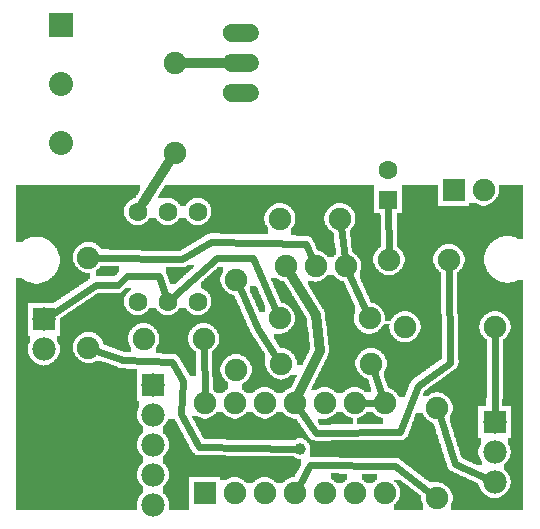
<source format=gtl>
G04 MADE WITH FRITZING*
G04 WWW.FRITZING.ORG*
G04 DOUBLE SIDED*
G04 HOLES PLATED*
G04 CONTOUR ON CENTER OF CONTOUR VECTOR*
%ASAXBY*%
%FSLAX23Y23*%
%MOIN*%
%OFA0B0*%
%SFA1.0B1.0*%
%ADD10C,0.075000*%
%ADD11C,0.039370*%
%ADD12C,0.063000*%
%ADD13C,0.078000*%
%ADD14C,0.062992*%
%ADD15C,0.060000*%
%ADD16C,0.080000*%
%ADD17R,0.075000X0.075000*%
%ADD18R,0.078000X0.078000*%
%ADD19R,0.062992X0.062992*%
%ADD20R,0.080000X0.080000*%
%ADD21C,0.024000*%
%ADD22C,0.032000*%
%ADD23R,0.001000X0.001000*%
%LNCOPPER1*%
G90*
G70*
G54D10*
X116Y1070D03*
X1497Y1110D03*
X1597Y1110D03*
G54D11*
X985Y248D03*
G54D10*
X667Y101D03*
X667Y401D03*
X767Y101D03*
X767Y401D03*
X867Y101D03*
X867Y401D03*
X967Y101D03*
X967Y401D03*
X1067Y101D03*
X1067Y401D03*
X1167Y101D03*
X1167Y401D03*
X1267Y101D03*
X1267Y401D03*
G54D12*
X445Y738D03*
X545Y738D03*
X645Y738D03*
X645Y1038D03*
X545Y1038D03*
X445Y1038D03*
X445Y738D03*
X545Y738D03*
X645Y738D03*
X645Y1038D03*
X545Y1038D03*
X445Y1038D03*
G54D10*
X464Y614D03*
X664Y614D03*
X919Y1014D03*
X1119Y1014D03*
G54D13*
X495Y461D03*
X495Y361D03*
X495Y261D03*
X495Y161D03*
X495Y61D03*
G54D10*
X937Y857D03*
X1037Y857D03*
X1137Y857D03*
G54D13*
X131Y679D03*
X131Y579D03*
X1634Y336D03*
X1634Y236D03*
X1634Y136D03*
G54D10*
X772Y511D03*
X772Y811D03*
X922Y531D03*
X1222Y531D03*
X567Y1233D03*
X567Y1533D03*
X1335Y653D03*
X1635Y653D03*
X1442Y83D03*
X1442Y383D03*
X917Y682D03*
X1217Y682D03*
G54D14*
X1279Y1078D03*
X1279Y1176D03*
G54D10*
X1282Y878D03*
X1482Y878D03*
G54D15*
X788Y1633D03*
X788Y1533D03*
X788Y1433D03*
X788Y1633D03*
X788Y1533D03*
X788Y1433D03*
G54D16*
X187Y1661D03*
X187Y1464D03*
X187Y1267D03*
G54D10*
X280Y585D03*
X280Y885D03*
G54D17*
X1497Y1110D03*
X667Y101D03*
G54D18*
X495Y461D03*
X131Y679D03*
X1634Y336D03*
G54D19*
X1279Y1078D03*
G54D20*
X187Y1661D03*
G54D21*
X394Y542D02*
X559Y536D01*
D02*
X559Y536D02*
X596Y475D01*
D02*
X596Y475D02*
X589Y364D01*
D02*
X589Y364D02*
X648Y253D01*
D02*
X648Y253D02*
X966Y248D01*
D02*
X307Y575D02*
X394Y542D01*
D02*
X1196Y401D02*
X1239Y401D01*
D02*
X664Y586D02*
X667Y429D01*
D02*
X1122Y986D02*
X1134Y885D01*
D02*
X593Y879D02*
X689Y938D01*
D02*
X689Y938D02*
X1004Y931D01*
D02*
X1004Y931D02*
X1025Y883D01*
D02*
X309Y884D02*
X593Y879D01*
D02*
X1280Y1051D02*
X1281Y906D01*
G54D22*
D02*
X549Y1204D02*
X462Y1066D01*
D02*
X752Y1533D02*
X601Y1533D01*
G54D21*
D02*
X1635Y625D02*
X1634Y366D01*
D02*
X1302Y190D02*
X1020Y192D01*
D02*
X1020Y192D02*
X982Y125D01*
D02*
X1419Y100D02*
X1302Y190D01*
D02*
X1205Y708D02*
X1149Y831D01*
D02*
X828Y883D02*
X905Y708D01*
D02*
X707Y885D02*
X828Y883D01*
D02*
X565Y756D02*
X707Y885D01*
D02*
X1486Y535D02*
X1378Y457D01*
D02*
X1320Y303D02*
X1037Y301D01*
D02*
X1378Y457D02*
X1320Y303D01*
D02*
X1037Y301D02*
X984Y377D01*
D02*
X1482Y849D02*
X1486Y535D01*
D02*
X1502Y197D02*
X1606Y149D01*
D02*
X1451Y356D02*
X1502Y197D01*
D02*
X1232Y504D02*
X1258Y428D01*
D02*
X846Y646D02*
X906Y555D01*
D02*
X784Y784D02*
X846Y646D01*
G54D22*
D02*
X1037Y694D02*
X1052Y575D01*
D02*
X1052Y575D02*
X1004Y479D01*
D02*
X1004Y479D02*
X982Y432D01*
D02*
X955Y828D02*
X1037Y694D01*
G54D21*
D02*
X407Y824D02*
X515Y824D01*
D02*
X304Y794D02*
X378Y794D01*
D02*
X378Y794D02*
X407Y824D01*
D02*
X515Y824D02*
X536Y764D01*
D02*
X156Y695D02*
X304Y794D01*
G36*
X322Y858D02*
X322Y856D01*
X320Y856D01*
X320Y852D01*
X318Y852D01*
X318Y850D01*
X316Y850D01*
X316Y848D01*
X314Y848D01*
X314Y846D01*
X310Y846D01*
X310Y844D01*
X308Y844D01*
X308Y842D01*
X306Y842D01*
X306Y822D01*
X368Y822D01*
X368Y824D01*
X370Y824D01*
X370Y826D01*
X372Y826D01*
X372Y828D01*
X374Y828D01*
X374Y830D01*
X376Y830D01*
X376Y832D01*
X378Y832D01*
X378Y834D01*
X380Y834D01*
X380Y836D01*
X382Y836D01*
X382Y856D01*
X348Y856D01*
X348Y858D01*
X322Y858D01*
G37*
D02*
G36*
X610Y860D02*
X610Y858D01*
X608Y858D01*
X608Y856D01*
X604Y856D01*
X604Y854D01*
X598Y854D01*
X598Y852D01*
X632Y852D01*
X632Y860D01*
X610Y860D01*
G37*
D02*
G36*
X540Y854D02*
X540Y852D01*
X562Y852D01*
X562Y854D01*
X540Y854D01*
G37*
D02*
G36*
X540Y852D02*
X540Y850D01*
X630Y850D01*
X630Y852D01*
X540Y852D01*
G37*
D02*
G36*
X540Y852D02*
X540Y850D01*
X630Y850D01*
X630Y852D01*
X540Y852D01*
G37*
D02*
G36*
X540Y850D02*
X540Y830D01*
X542Y830D01*
X542Y824D01*
X544Y824D01*
X544Y820D01*
X546Y820D01*
X546Y814D01*
X548Y814D01*
X548Y808D01*
X550Y808D01*
X550Y802D01*
X552Y802D01*
X552Y798D01*
X572Y798D01*
X572Y800D01*
X574Y800D01*
X574Y802D01*
X576Y802D01*
X576Y804D01*
X578Y804D01*
X578Y806D01*
X580Y806D01*
X580Y808D01*
X582Y808D01*
X582Y810D01*
X584Y810D01*
X584Y812D01*
X586Y812D01*
X586Y814D01*
X590Y814D01*
X590Y816D01*
X592Y816D01*
X592Y818D01*
X594Y818D01*
X594Y820D01*
X596Y820D01*
X596Y822D01*
X598Y822D01*
X598Y824D01*
X600Y824D01*
X600Y826D01*
X602Y826D01*
X602Y828D01*
X604Y828D01*
X604Y830D01*
X606Y830D01*
X606Y832D01*
X610Y832D01*
X610Y834D01*
X612Y834D01*
X612Y836D01*
X614Y836D01*
X614Y838D01*
X616Y838D01*
X616Y840D01*
X618Y840D01*
X618Y842D01*
X620Y842D01*
X620Y844D01*
X622Y844D01*
X622Y846D01*
X624Y846D01*
X624Y848D01*
X628Y848D01*
X628Y850D01*
X540Y850D01*
G37*
D02*
G36*
X886Y818D02*
X886Y816D01*
X888Y816D01*
X888Y812D01*
X890Y812D01*
X890Y806D01*
X892Y806D01*
X892Y802D01*
X894Y802D01*
X894Y798D01*
X896Y798D01*
X896Y794D01*
X898Y794D01*
X898Y788D01*
X900Y788D01*
X900Y784D01*
X902Y784D01*
X902Y780D01*
X904Y780D01*
X904Y776D01*
X906Y776D01*
X906Y770D01*
X908Y770D01*
X908Y766D01*
X910Y766D01*
X910Y762D01*
X912Y762D01*
X912Y758D01*
X914Y758D01*
X914Y752D01*
X916Y752D01*
X916Y748D01*
X918Y748D01*
X918Y744D01*
X920Y744D01*
X920Y740D01*
X922Y740D01*
X922Y734D01*
X928Y734D01*
X928Y732D01*
X934Y732D01*
X934Y730D01*
X938Y730D01*
X938Y728D01*
X940Y728D01*
X940Y726D01*
X944Y726D01*
X944Y724D01*
X946Y724D01*
X946Y722D01*
X948Y722D01*
X948Y720D01*
X952Y720D01*
X952Y718D01*
X954Y718D01*
X954Y714D01*
X956Y714D01*
X956Y712D01*
X958Y712D01*
X958Y710D01*
X960Y710D01*
X960Y708D01*
X962Y708D01*
X962Y704D01*
X964Y704D01*
X964Y700D01*
X966Y700D01*
X966Y694D01*
X968Y694D01*
X968Y684D01*
X970Y684D01*
X970Y680D01*
X968Y680D01*
X968Y670D01*
X966Y670D01*
X966Y664D01*
X964Y664D01*
X964Y660D01*
X962Y660D01*
X962Y658D01*
X960Y658D01*
X960Y654D01*
X958Y654D01*
X958Y652D01*
X956Y652D01*
X956Y650D01*
X954Y650D01*
X954Y646D01*
X950Y646D01*
X950Y644D01*
X948Y644D01*
X948Y642D01*
X946Y642D01*
X946Y640D01*
X944Y640D01*
X944Y638D01*
X940Y638D01*
X940Y636D01*
X936Y636D01*
X936Y634D01*
X932Y634D01*
X932Y632D01*
X926Y632D01*
X926Y630D01*
X900Y630D01*
X900Y612D01*
X902Y612D01*
X902Y610D01*
X904Y610D01*
X904Y606D01*
X906Y606D01*
X906Y604D01*
X908Y604D01*
X908Y600D01*
X910Y600D01*
X910Y598D01*
X912Y598D01*
X912Y594D01*
X914Y594D01*
X914Y592D01*
X916Y592D01*
X916Y588D01*
X918Y588D01*
X918Y586D01*
X920Y586D01*
X920Y584D01*
X930Y584D01*
X930Y582D01*
X936Y582D01*
X936Y580D01*
X942Y580D01*
X942Y578D01*
X944Y578D01*
X944Y576D01*
X948Y576D01*
X948Y574D01*
X952Y574D01*
X952Y572D01*
X954Y572D01*
X954Y570D01*
X956Y570D01*
X956Y568D01*
X958Y568D01*
X958Y566D01*
X960Y566D01*
X960Y564D01*
X962Y564D01*
X962Y562D01*
X964Y562D01*
X964Y558D01*
X966Y558D01*
X966Y556D01*
X968Y556D01*
X968Y552D01*
X970Y552D01*
X970Y548D01*
X972Y548D01*
X972Y542D01*
X974Y542D01*
X974Y528D01*
X994Y528D01*
X994Y532D01*
X996Y532D01*
X996Y536D01*
X998Y536D01*
X998Y540D01*
X1000Y540D01*
X1000Y544D01*
X1002Y544D01*
X1002Y548D01*
X1004Y548D01*
X1004Y552D01*
X1006Y552D01*
X1006Y556D01*
X1008Y556D01*
X1008Y560D01*
X1010Y560D01*
X1010Y564D01*
X1012Y564D01*
X1012Y568D01*
X1014Y568D01*
X1014Y572D01*
X1016Y572D01*
X1016Y576D01*
X1018Y576D01*
X1018Y604D01*
X1016Y604D01*
X1016Y620D01*
X1014Y620D01*
X1014Y636D01*
X1012Y636D01*
X1012Y652D01*
X1010Y652D01*
X1010Y668D01*
X1008Y668D01*
X1008Y684D01*
X1006Y684D01*
X1006Y688D01*
X1004Y688D01*
X1004Y690D01*
X1002Y690D01*
X1002Y694D01*
X1000Y694D01*
X1000Y696D01*
X998Y696D01*
X998Y700D01*
X996Y700D01*
X996Y704D01*
X994Y704D01*
X994Y706D01*
X992Y706D01*
X992Y710D01*
X990Y710D01*
X990Y714D01*
X988Y714D01*
X988Y716D01*
X986Y716D01*
X986Y720D01*
X984Y720D01*
X984Y722D01*
X982Y722D01*
X982Y726D01*
X980Y726D01*
X980Y730D01*
X978Y730D01*
X978Y732D01*
X976Y732D01*
X976Y736D01*
X974Y736D01*
X974Y740D01*
X972Y740D01*
X972Y742D01*
X970Y742D01*
X970Y746D01*
X968Y746D01*
X968Y750D01*
X966Y750D01*
X966Y752D01*
X964Y752D01*
X964Y756D01*
X962Y756D01*
X962Y758D01*
X960Y758D01*
X960Y762D01*
X958Y762D01*
X958Y766D01*
X956Y766D01*
X956Y768D01*
X954Y768D01*
X954Y772D01*
X952Y772D01*
X952Y776D01*
X950Y776D01*
X950Y778D01*
X948Y778D01*
X948Y782D01*
X946Y782D01*
X946Y784D01*
X944Y784D01*
X944Y788D01*
X942Y788D01*
X942Y792D01*
X940Y792D01*
X940Y794D01*
X938Y794D01*
X938Y798D01*
X936Y798D01*
X936Y802D01*
X934Y802D01*
X934Y804D01*
X932Y804D01*
X932Y806D01*
X924Y806D01*
X924Y808D01*
X918Y808D01*
X918Y810D01*
X914Y810D01*
X914Y812D01*
X912Y812D01*
X912Y814D01*
X908Y814D01*
X908Y816D01*
X906Y816D01*
X906Y818D01*
X886Y818D01*
G37*
D02*
G36*
X820Y790D02*
X820Y768D01*
X822Y768D01*
X822Y764D01*
X824Y764D01*
X824Y760D01*
X826Y760D01*
X826Y754D01*
X828Y754D01*
X828Y750D01*
X830Y750D01*
X830Y746D01*
X832Y746D01*
X832Y742D01*
X834Y742D01*
X834Y738D01*
X836Y738D01*
X836Y732D01*
X838Y732D01*
X838Y728D01*
X840Y728D01*
X840Y724D01*
X842Y724D01*
X842Y720D01*
X844Y720D01*
X844Y714D01*
X846Y714D01*
X846Y710D01*
X848Y710D01*
X848Y706D01*
X850Y706D01*
X850Y702D01*
X870Y702D01*
X870Y724D01*
X868Y724D01*
X868Y728D01*
X866Y728D01*
X866Y732D01*
X864Y732D01*
X864Y736D01*
X862Y736D01*
X862Y742D01*
X860Y742D01*
X860Y746D01*
X858Y746D01*
X858Y750D01*
X856Y750D01*
X856Y754D01*
X854Y754D01*
X854Y760D01*
X852Y760D01*
X852Y764D01*
X850Y764D01*
X850Y768D01*
X848Y768D01*
X848Y772D01*
X846Y772D01*
X846Y778D01*
X844Y778D01*
X844Y782D01*
X842Y782D01*
X842Y786D01*
X840Y786D01*
X840Y790D01*
X820Y790D01*
G37*
D02*
G36*
X1106Y370D02*
X1106Y368D01*
X1104Y368D01*
X1104Y364D01*
X1100Y364D01*
X1100Y362D01*
X1098Y362D01*
X1098Y360D01*
X1096Y360D01*
X1096Y358D01*
X1094Y358D01*
X1094Y356D01*
X1090Y356D01*
X1090Y354D01*
X1086Y354D01*
X1086Y352D01*
X1082Y352D01*
X1082Y350D01*
X1074Y350D01*
X1074Y348D01*
X1046Y348D01*
X1046Y334D01*
X1048Y334D01*
X1048Y332D01*
X1050Y332D01*
X1050Y328D01*
X1088Y328D01*
X1088Y330D01*
X1162Y330D01*
X1162Y350D01*
X1154Y350D01*
X1154Y352D01*
X1148Y352D01*
X1148Y354D01*
X1146Y354D01*
X1146Y356D01*
X1142Y356D01*
X1142Y358D01*
X1138Y358D01*
X1138Y360D01*
X1136Y360D01*
X1136Y362D01*
X1134Y362D01*
X1134Y364D01*
X1132Y364D01*
X1132Y366D01*
X1130Y366D01*
X1130Y368D01*
X1128Y368D01*
X1128Y370D01*
X1106Y370D01*
G37*
D02*
G36*
X1206Y370D02*
X1206Y368D01*
X1204Y368D01*
X1204Y364D01*
X1200Y364D01*
X1200Y362D01*
X1198Y362D01*
X1198Y360D01*
X1196Y360D01*
X1196Y358D01*
X1194Y358D01*
X1194Y356D01*
X1190Y356D01*
X1190Y354D01*
X1186Y354D01*
X1186Y352D01*
X1182Y352D01*
X1182Y350D01*
X1174Y350D01*
X1174Y330D01*
X1262Y330D01*
X1262Y350D01*
X1254Y350D01*
X1254Y352D01*
X1248Y352D01*
X1248Y354D01*
X1246Y354D01*
X1246Y356D01*
X1242Y356D01*
X1242Y358D01*
X1238Y358D01*
X1238Y360D01*
X1236Y360D01*
X1236Y362D01*
X1234Y362D01*
X1234Y364D01*
X1232Y364D01*
X1232Y366D01*
X1230Y366D01*
X1230Y368D01*
X1228Y368D01*
X1228Y370D01*
X1206Y370D01*
G37*
D02*
G36*
X40Y1128D02*
X40Y992D01*
X436Y992D01*
X436Y994D01*
X430Y994D01*
X430Y996D01*
X426Y996D01*
X426Y998D01*
X422Y998D01*
X422Y1000D01*
X420Y1000D01*
X420Y1002D01*
X418Y1002D01*
X418Y1004D01*
X414Y1004D01*
X414Y1006D01*
X412Y1006D01*
X412Y1008D01*
X410Y1008D01*
X410Y1012D01*
X408Y1012D01*
X408Y1014D01*
X406Y1014D01*
X406Y1016D01*
X404Y1016D01*
X404Y1020D01*
X402Y1020D01*
X402Y1024D01*
X400Y1024D01*
X400Y1030D01*
X398Y1030D01*
X398Y1046D01*
X400Y1046D01*
X400Y1052D01*
X402Y1052D01*
X402Y1056D01*
X404Y1056D01*
X404Y1060D01*
X406Y1060D01*
X406Y1064D01*
X408Y1064D01*
X408Y1066D01*
X410Y1066D01*
X410Y1068D01*
X412Y1068D01*
X412Y1070D01*
X414Y1070D01*
X414Y1072D01*
X416Y1072D01*
X416Y1074D01*
X418Y1074D01*
X418Y1076D01*
X422Y1076D01*
X422Y1078D01*
X424Y1078D01*
X424Y1080D01*
X428Y1080D01*
X428Y1082D01*
X434Y1082D01*
X434Y1084D01*
X438Y1084D01*
X438Y1088D01*
X440Y1088D01*
X440Y1092D01*
X442Y1092D01*
X442Y1094D01*
X444Y1094D01*
X444Y1098D01*
X446Y1098D01*
X446Y1100D01*
X448Y1100D01*
X448Y1104D01*
X450Y1104D01*
X450Y1108D01*
X452Y1108D01*
X452Y1128D01*
X40Y1128D01*
G37*
D02*
G36*
X536Y1128D02*
X536Y1124D01*
X534Y1124D01*
X534Y1122D01*
X532Y1122D01*
X532Y1118D01*
X530Y1118D01*
X530Y1114D01*
X528Y1114D01*
X528Y1112D01*
X526Y1112D01*
X526Y1108D01*
X524Y1108D01*
X524Y1106D01*
X522Y1106D01*
X522Y1102D01*
X520Y1102D01*
X520Y1098D01*
X518Y1098D01*
X518Y1096D01*
X516Y1096D01*
X516Y1092D01*
X514Y1092D01*
X514Y1090D01*
X512Y1090D01*
X512Y1084D01*
X656Y1084D01*
X656Y1082D01*
X660Y1082D01*
X660Y1080D01*
X664Y1080D01*
X664Y1078D01*
X668Y1078D01*
X668Y1076D01*
X670Y1076D01*
X670Y1074D01*
X672Y1074D01*
X672Y1072D01*
X676Y1072D01*
X676Y1070D01*
X678Y1070D01*
X678Y1068D01*
X1120Y1068D01*
X1120Y1066D01*
X1130Y1066D01*
X1130Y1064D01*
X1136Y1064D01*
X1136Y1062D01*
X1140Y1062D01*
X1140Y1060D01*
X1144Y1060D01*
X1144Y1058D01*
X1146Y1058D01*
X1146Y1056D01*
X1148Y1056D01*
X1148Y1054D01*
X1152Y1054D01*
X1152Y1052D01*
X1154Y1052D01*
X1154Y1050D01*
X1156Y1050D01*
X1156Y1048D01*
X1158Y1048D01*
X1158Y1044D01*
X1160Y1044D01*
X1160Y1042D01*
X1162Y1042D01*
X1162Y1040D01*
X1164Y1040D01*
X1164Y1036D01*
X1166Y1036D01*
X1166Y1032D01*
X1168Y1032D01*
X1168Y1026D01*
X1170Y1026D01*
X1170Y1002D01*
X1168Y1002D01*
X1168Y996D01*
X1166Y996D01*
X1166Y994D01*
X1164Y994D01*
X1164Y990D01*
X1162Y990D01*
X1162Y986D01*
X1160Y986D01*
X1160Y984D01*
X1158Y984D01*
X1158Y982D01*
X1156Y982D01*
X1156Y980D01*
X1154Y980D01*
X1154Y978D01*
X1152Y978D01*
X1152Y952D01*
X1154Y952D01*
X1154Y936D01*
X1156Y936D01*
X1156Y918D01*
X1158Y918D01*
X1158Y904D01*
X1160Y904D01*
X1160Y902D01*
X1162Y902D01*
X1162Y900D01*
X1166Y900D01*
X1166Y898D01*
X1168Y898D01*
X1168Y896D01*
X1170Y896D01*
X1170Y894D01*
X1172Y894D01*
X1172Y892D01*
X1174Y892D01*
X1174Y890D01*
X1176Y890D01*
X1176Y888D01*
X1178Y888D01*
X1178Y886D01*
X1180Y886D01*
X1180Y882D01*
X1182Y882D01*
X1182Y880D01*
X1184Y880D01*
X1184Y876D01*
X1186Y876D01*
X1186Y872D01*
X1188Y872D01*
X1188Y864D01*
X1190Y864D01*
X1190Y850D01*
X1188Y850D01*
X1188Y842D01*
X1186Y842D01*
X1186Y838D01*
X1184Y838D01*
X1184Y826D01*
X1272Y826D01*
X1272Y828D01*
X1266Y828D01*
X1266Y830D01*
X1262Y830D01*
X1262Y832D01*
X1258Y832D01*
X1258Y834D01*
X1254Y834D01*
X1254Y836D01*
X1252Y836D01*
X1252Y838D01*
X1250Y838D01*
X1250Y840D01*
X1248Y840D01*
X1248Y842D01*
X1246Y842D01*
X1246Y844D01*
X1244Y844D01*
X1244Y846D01*
X1242Y846D01*
X1242Y848D01*
X1240Y848D01*
X1240Y850D01*
X1238Y850D01*
X1238Y854D01*
X1236Y854D01*
X1236Y858D01*
X1234Y858D01*
X1234Y862D01*
X1232Y862D01*
X1232Y866D01*
X1230Y866D01*
X1230Y890D01*
X1232Y890D01*
X1232Y896D01*
X1234Y896D01*
X1234Y900D01*
X1236Y900D01*
X1236Y902D01*
X1238Y902D01*
X1238Y906D01*
X1240Y906D01*
X1240Y908D01*
X1242Y908D01*
X1242Y910D01*
X1244Y910D01*
X1244Y914D01*
X1246Y914D01*
X1246Y916D01*
X1250Y916D01*
X1250Y918D01*
X1252Y918D01*
X1252Y920D01*
X1254Y920D01*
X1254Y1028D01*
X1252Y1028D01*
X1252Y1032D01*
X1232Y1032D01*
X1232Y1128D01*
X536Y1128D01*
G37*
D02*
G36*
X1326Y1128D02*
X1326Y1058D01*
X1444Y1058D01*
X1444Y1128D01*
X1326Y1128D01*
G37*
D02*
G36*
X1650Y1128D02*
X1650Y1108D01*
X1648Y1108D01*
X1648Y1098D01*
X1646Y1098D01*
X1646Y1092D01*
X1644Y1092D01*
X1644Y1088D01*
X1642Y1088D01*
X1642Y1086D01*
X1640Y1086D01*
X1640Y1082D01*
X1638Y1082D01*
X1638Y1080D01*
X1636Y1080D01*
X1636Y1078D01*
X1634Y1078D01*
X1634Y1076D01*
X1632Y1076D01*
X1632Y1074D01*
X1630Y1074D01*
X1630Y1072D01*
X1628Y1072D01*
X1628Y1070D01*
X1626Y1070D01*
X1626Y1068D01*
X1622Y1068D01*
X1622Y1066D01*
X1620Y1066D01*
X1620Y1064D01*
X1616Y1064D01*
X1616Y1062D01*
X1612Y1062D01*
X1612Y1060D01*
X1604Y1060D01*
X1604Y1058D01*
X1730Y1058D01*
X1730Y1128D01*
X1650Y1128D01*
G37*
D02*
G36*
X512Y1084D02*
X512Y1082D01*
X534Y1082D01*
X534Y1084D01*
X512Y1084D01*
G37*
D02*
G36*
X556Y1084D02*
X556Y1082D01*
X560Y1082D01*
X560Y1080D01*
X564Y1080D01*
X564Y1078D01*
X568Y1078D01*
X568Y1076D01*
X570Y1076D01*
X570Y1074D01*
X572Y1074D01*
X572Y1072D01*
X576Y1072D01*
X576Y1070D01*
X578Y1070D01*
X578Y1066D01*
X580Y1066D01*
X580Y1064D01*
X582Y1064D01*
X582Y1062D01*
X584Y1062D01*
X584Y1058D01*
X604Y1058D01*
X604Y1060D01*
X606Y1060D01*
X606Y1064D01*
X608Y1064D01*
X608Y1066D01*
X610Y1066D01*
X610Y1068D01*
X612Y1068D01*
X612Y1070D01*
X614Y1070D01*
X614Y1072D01*
X616Y1072D01*
X616Y1074D01*
X618Y1074D01*
X618Y1076D01*
X622Y1076D01*
X622Y1078D01*
X624Y1078D01*
X624Y1080D01*
X628Y1080D01*
X628Y1082D01*
X634Y1082D01*
X634Y1084D01*
X556Y1084D01*
G37*
D02*
G36*
X678Y1068D02*
X678Y1066D01*
X680Y1066D01*
X680Y1064D01*
X682Y1064D01*
X682Y1062D01*
X684Y1062D01*
X684Y1058D01*
X686Y1058D01*
X686Y1054D01*
X688Y1054D01*
X688Y1050D01*
X690Y1050D01*
X690Y1028D01*
X688Y1028D01*
X688Y1022D01*
X686Y1022D01*
X686Y1018D01*
X684Y1018D01*
X684Y1016D01*
X682Y1016D01*
X682Y1012D01*
X680Y1012D01*
X680Y1010D01*
X678Y1010D01*
X678Y1008D01*
X676Y1008D01*
X676Y1006D01*
X674Y1006D01*
X674Y1004D01*
X672Y1004D01*
X672Y1002D01*
X670Y1002D01*
X670Y1000D01*
X666Y1000D01*
X666Y998D01*
X662Y998D01*
X662Y996D01*
X658Y996D01*
X658Y994D01*
X652Y994D01*
X652Y992D01*
X872Y992D01*
X872Y994D01*
X870Y994D01*
X870Y1000D01*
X868Y1000D01*
X868Y1006D01*
X866Y1006D01*
X866Y1024D01*
X868Y1024D01*
X868Y1030D01*
X870Y1030D01*
X870Y1034D01*
X872Y1034D01*
X872Y1038D01*
X874Y1038D01*
X874Y1040D01*
X876Y1040D01*
X876Y1044D01*
X878Y1044D01*
X878Y1046D01*
X880Y1046D01*
X880Y1048D01*
X882Y1048D01*
X882Y1050D01*
X884Y1050D01*
X884Y1052D01*
X886Y1052D01*
X886Y1054D01*
X888Y1054D01*
X888Y1056D01*
X890Y1056D01*
X890Y1058D01*
X894Y1058D01*
X894Y1060D01*
X898Y1060D01*
X898Y1062D01*
X900Y1062D01*
X900Y1064D01*
X906Y1064D01*
X906Y1066D01*
X918Y1066D01*
X918Y1068D01*
X678Y1068D01*
G37*
D02*
G36*
X920Y1068D02*
X920Y1066D01*
X930Y1066D01*
X930Y1064D01*
X936Y1064D01*
X936Y1062D01*
X940Y1062D01*
X940Y1060D01*
X944Y1060D01*
X944Y1058D01*
X946Y1058D01*
X946Y1056D01*
X948Y1056D01*
X948Y1054D01*
X952Y1054D01*
X952Y1052D01*
X954Y1052D01*
X954Y1050D01*
X956Y1050D01*
X956Y1048D01*
X958Y1048D01*
X958Y1044D01*
X960Y1044D01*
X960Y1042D01*
X962Y1042D01*
X962Y1040D01*
X964Y1040D01*
X964Y1036D01*
X966Y1036D01*
X966Y1032D01*
X968Y1032D01*
X968Y1026D01*
X970Y1026D01*
X970Y1002D01*
X968Y1002D01*
X968Y996D01*
X966Y996D01*
X966Y994D01*
X964Y994D01*
X964Y990D01*
X962Y990D01*
X962Y986D01*
X960Y986D01*
X960Y984D01*
X958Y984D01*
X958Y982D01*
X956Y982D01*
X956Y980D01*
X954Y980D01*
X954Y960D01*
X972Y960D01*
X972Y958D01*
X1012Y958D01*
X1012Y956D01*
X1016Y956D01*
X1016Y954D01*
X1020Y954D01*
X1020Y952D01*
X1022Y952D01*
X1022Y950D01*
X1024Y950D01*
X1024Y948D01*
X1026Y948D01*
X1026Y944D01*
X1028Y944D01*
X1028Y940D01*
X1030Y940D01*
X1030Y936D01*
X1032Y936D01*
X1032Y932D01*
X1034Y932D01*
X1034Y928D01*
X1036Y928D01*
X1036Y924D01*
X1038Y924D01*
X1038Y918D01*
X1040Y918D01*
X1040Y914D01*
X1042Y914D01*
X1042Y910D01*
X1044Y910D01*
X1044Y908D01*
X1050Y908D01*
X1050Y906D01*
X1056Y906D01*
X1056Y904D01*
X1060Y904D01*
X1060Y902D01*
X1062Y902D01*
X1062Y900D01*
X1066Y900D01*
X1066Y898D01*
X1068Y898D01*
X1068Y896D01*
X1070Y896D01*
X1070Y894D01*
X1072Y894D01*
X1072Y892D01*
X1074Y892D01*
X1074Y890D01*
X1076Y890D01*
X1076Y888D01*
X1098Y888D01*
X1098Y890D01*
X1100Y890D01*
X1100Y892D01*
X1102Y892D01*
X1102Y894D01*
X1104Y894D01*
X1104Y916D01*
X1102Y916D01*
X1102Y932D01*
X1100Y932D01*
X1100Y950D01*
X1098Y950D01*
X1098Y966D01*
X1096Y966D01*
X1096Y970D01*
X1092Y970D01*
X1092Y972D01*
X1090Y972D01*
X1090Y974D01*
X1088Y974D01*
X1088Y976D01*
X1084Y976D01*
X1084Y978D01*
X1082Y978D01*
X1082Y980D01*
X1080Y980D01*
X1080Y984D01*
X1078Y984D01*
X1078Y986D01*
X1076Y986D01*
X1076Y988D01*
X1074Y988D01*
X1074Y992D01*
X1072Y992D01*
X1072Y994D01*
X1070Y994D01*
X1070Y1000D01*
X1068Y1000D01*
X1068Y1006D01*
X1066Y1006D01*
X1066Y1024D01*
X1068Y1024D01*
X1068Y1030D01*
X1070Y1030D01*
X1070Y1034D01*
X1072Y1034D01*
X1072Y1038D01*
X1074Y1038D01*
X1074Y1040D01*
X1076Y1040D01*
X1076Y1044D01*
X1078Y1044D01*
X1078Y1046D01*
X1080Y1046D01*
X1080Y1048D01*
X1082Y1048D01*
X1082Y1050D01*
X1084Y1050D01*
X1084Y1052D01*
X1086Y1052D01*
X1086Y1054D01*
X1088Y1054D01*
X1088Y1056D01*
X1090Y1056D01*
X1090Y1058D01*
X1094Y1058D01*
X1094Y1060D01*
X1098Y1060D01*
X1098Y1062D01*
X1100Y1062D01*
X1100Y1064D01*
X1106Y1064D01*
X1106Y1066D01*
X1118Y1066D01*
X1118Y1068D01*
X920Y1068D01*
G37*
D02*
G36*
X1550Y1068D02*
X1550Y1058D01*
X1588Y1058D01*
X1588Y1060D01*
X1582Y1060D01*
X1582Y1062D01*
X1578Y1062D01*
X1578Y1064D01*
X1574Y1064D01*
X1574Y1066D01*
X1570Y1066D01*
X1570Y1068D01*
X1550Y1068D01*
G37*
D02*
G36*
X1326Y1058D02*
X1326Y1056D01*
X1730Y1056D01*
X1730Y1058D01*
X1326Y1058D01*
G37*
D02*
G36*
X1326Y1058D02*
X1326Y1056D01*
X1730Y1056D01*
X1730Y1058D01*
X1326Y1058D01*
G37*
D02*
G36*
X1326Y1058D02*
X1326Y1056D01*
X1730Y1056D01*
X1730Y1058D01*
X1326Y1058D01*
G37*
D02*
G36*
X1326Y1056D02*
X1326Y1032D01*
X1308Y1032D01*
X1308Y956D01*
X1692Y956D01*
X1692Y954D01*
X1698Y954D01*
X1698Y952D01*
X1704Y952D01*
X1704Y950D01*
X1708Y950D01*
X1708Y948D01*
X1730Y948D01*
X1730Y1056D01*
X1326Y1056D01*
G37*
D02*
G36*
X484Y1018D02*
X484Y1016D01*
X482Y1016D01*
X482Y1012D01*
X480Y1012D01*
X480Y1010D01*
X478Y1010D01*
X478Y1008D01*
X476Y1008D01*
X476Y1006D01*
X474Y1006D01*
X474Y1004D01*
X472Y1004D01*
X472Y1002D01*
X470Y1002D01*
X470Y1000D01*
X466Y1000D01*
X466Y998D01*
X462Y998D01*
X462Y996D01*
X458Y996D01*
X458Y994D01*
X452Y994D01*
X452Y992D01*
X536Y992D01*
X536Y994D01*
X530Y994D01*
X530Y996D01*
X526Y996D01*
X526Y998D01*
X522Y998D01*
X522Y1000D01*
X520Y1000D01*
X520Y1002D01*
X518Y1002D01*
X518Y1004D01*
X514Y1004D01*
X514Y1006D01*
X512Y1006D01*
X512Y1008D01*
X510Y1008D01*
X510Y1012D01*
X508Y1012D01*
X508Y1014D01*
X506Y1014D01*
X506Y1016D01*
X504Y1016D01*
X504Y1018D01*
X484Y1018D01*
G37*
D02*
G36*
X584Y1018D02*
X584Y1016D01*
X582Y1016D01*
X582Y1012D01*
X580Y1012D01*
X580Y1010D01*
X578Y1010D01*
X578Y1008D01*
X576Y1008D01*
X576Y1006D01*
X574Y1006D01*
X574Y1004D01*
X572Y1004D01*
X572Y1002D01*
X570Y1002D01*
X570Y1000D01*
X566Y1000D01*
X566Y998D01*
X562Y998D01*
X562Y996D01*
X558Y996D01*
X558Y994D01*
X552Y994D01*
X552Y992D01*
X636Y992D01*
X636Y994D01*
X630Y994D01*
X630Y996D01*
X626Y996D01*
X626Y998D01*
X622Y998D01*
X622Y1000D01*
X620Y1000D01*
X620Y1002D01*
X618Y1002D01*
X618Y1004D01*
X614Y1004D01*
X614Y1006D01*
X612Y1006D01*
X612Y1008D01*
X610Y1008D01*
X610Y1012D01*
X608Y1012D01*
X608Y1014D01*
X606Y1014D01*
X606Y1016D01*
X604Y1016D01*
X604Y1018D01*
X584Y1018D01*
G37*
D02*
G36*
X40Y992D02*
X40Y990D01*
X874Y990D01*
X874Y992D01*
X40Y992D01*
G37*
D02*
G36*
X40Y992D02*
X40Y990D01*
X874Y990D01*
X874Y992D01*
X40Y992D01*
G37*
D02*
G36*
X40Y992D02*
X40Y990D01*
X874Y990D01*
X874Y992D01*
X40Y992D01*
G37*
D02*
G36*
X40Y992D02*
X40Y990D01*
X874Y990D01*
X874Y992D01*
X40Y992D01*
G37*
D02*
G36*
X40Y990D02*
X40Y966D01*
X718Y966D01*
X718Y964D01*
X804Y964D01*
X804Y962D01*
X880Y962D01*
X880Y984D01*
X878Y984D01*
X878Y986D01*
X876Y986D01*
X876Y988D01*
X874Y988D01*
X874Y990D01*
X40Y990D01*
G37*
D02*
G36*
X40Y966D02*
X40Y954D01*
X120Y954D01*
X120Y952D01*
X128Y952D01*
X128Y950D01*
X134Y950D01*
X134Y948D01*
X138Y948D01*
X138Y946D01*
X142Y946D01*
X142Y944D01*
X146Y944D01*
X146Y942D01*
X148Y942D01*
X148Y940D01*
X152Y940D01*
X152Y938D01*
X288Y938D01*
X288Y936D01*
X294Y936D01*
X294Y934D01*
X300Y934D01*
X300Y932D01*
X304Y932D01*
X304Y930D01*
X306Y930D01*
X306Y928D01*
X310Y928D01*
X310Y926D01*
X312Y926D01*
X312Y924D01*
X314Y924D01*
X314Y922D01*
X316Y922D01*
X316Y920D01*
X318Y920D01*
X318Y918D01*
X320Y918D01*
X320Y916D01*
X322Y916D01*
X322Y914D01*
X324Y914D01*
X324Y912D01*
X350Y912D01*
X350Y910D01*
X456Y910D01*
X456Y908D01*
X562Y908D01*
X562Y906D01*
X586Y906D01*
X586Y908D01*
X590Y908D01*
X590Y910D01*
X592Y910D01*
X592Y912D01*
X596Y912D01*
X596Y914D01*
X598Y914D01*
X598Y916D01*
X602Y916D01*
X602Y918D01*
X606Y918D01*
X606Y920D01*
X608Y920D01*
X608Y922D01*
X612Y922D01*
X612Y924D01*
X616Y924D01*
X616Y926D01*
X618Y926D01*
X618Y928D01*
X622Y928D01*
X622Y930D01*
X624Y930D01*
X624Y932D01*
X628Y932D01*
X628Y934D01*
X632Y934D01*
X632Y936D01*
X634Y936D01*
X634Y938D01*
X638Y938D01*
X638Y940D01*
X642Y940D01*
X642Y942D01*
X644Y942D01*
X644Y944D01*
X648Y944D01*
X648Y946D01*
X650Y946D01*
X650Y948D01*
X654Y948D01*
X654Y950D01*
X658Y950D01*
X658Y952D01*
X660Y952D01*
X660Y954D01*
X664Y954D01*
X664Y956D01*
X668Y956D01*
X668Y958D01*
X670Y958D01*
X670Y960D01*
X674Y960D01*
X674Y962D01*
X678Y962D01*
X678Y964D01*
X684Y964D01*
X684Y966D01*
X40Y966D01*
G37*
D02*
G36*
X1308Y956D02*
X1308Y930D01*
X1494Y930D01*
X1494Y928D01*
X1498Y928D01*
X1498Y926D01*
X1502Y926D01*
X1502Y924D01*
X1506Y924D01*
X1506Y922D01*
X1510Y922D01*
X1510Y920D01*
X1512Y920D01*
X1512Y918D01*
X1514Y918D01*
X1514Y916D01*
X1516Y916D01*
X1516Y914D01*
X1518Y914D01*
X1518Y912D01*
X1520Y912D01*
X1520Y910D01*
X1522Y910D01*
X1522Y908D01*
X1524Y908D01*
X1524Y904D01*
X1526Y904D01*
X1526Y902D01*
X1528Y902D01*
X1528Y898D01*
X1530Y898D01*
X1530Y894D01*
X1532Y894D01*
X1532Y888D01*
X1534Y888D01*
X1534Y870D01*
X1532Y870D01*
X1532Y862D01*
X1530Y862D01*
X1530Y858D01*
X1528Y858D01*
X1528Y854D01*
X1526Y854D01*
X1526Y852D01*
X1524Y852D01*
X1524Y848D01*
X1522Y848D01*
X1522Y846D01*
X1520Y846D01*
X1520Y844D01*
X1518Y844D01*
X1518Y842D01*
X1516Y842D01*
X1516Y840D01*
X1514Y840D01*
X1514Y838D01*
X1512Y838D01*
X1512Y836D01*
X1510Y836D01*
X1510Y800D01*
X1670Y800D01*
X1670Y802D01*
X1658Y802D01*
X1658Y804D01*
X1652Y804D01*
X1652Y806D01*
X1648Y806D01*
X1648Y808D01*
X1644Y808D01*
X1644Y810D01*
X1640Y810D01*
X1640Y812D01*
X1636Y812D01*
X1636Y814D01*
X1634Y814D01*
X1634Y816D01*
X1630Y816D01*
X1630Y818D01*
X1628Y818D01*
X1628Y820D01*
X1626Y820D01*
X1626Y822D01*
X1624Y822D01*
X1624Y824D01*
X1622Y824D01*
X1622Y826D01*
X1620Y826D01*
X1620Y828D01*
X1618Y828D01*
X1618Y830D01*
X1616Y830D01*
X1616Y834D01*
X1614Y834D01*
X1614Y836D01*
X1612Y836D01*
X1612Y838D01*
X1610Y838D01*
X1610Y842D01*
X1608Y842D01*
X1608Y846D01*
X1606Y846D01*
X1606Y850D01*
X1604Y850D01*
X1604Y856D01*
X1602Y856D01*
X1602Y862D01*
X1600Y862D01*
X1600Y894D01*
X1602Y894D01*
X1602Y902D01*
X1604Y902D01*
X1604Y906D01*
X1606Y906D01*
X1606Y912D01*
X1608Y912D01*
X1608Y914D01*
X1610Y914D01*
X1610Y918D01*
X1612Y918D01*
X1612Y922D01*
X1614Y922D01*
X1614Y924D01*
X1616Y924D01*
X1616Y926D01*
X1618Y926D01*
X1618Y928D01*
X1620Y928D01*
X1620Y932D01*
X1622Y932D01*
X1622Y934D01*
X1624Y934D01*
X1624Y936D01*
X1628Y936D01*
X1628Y938D01*
X1630Y938D01*
X1630Y940D01*
X1632Y940D01*
X1632Y942D01*
X1634Y942D01*
X1634Y944D01*
X1638Y944D01*
X1638Y946D01*
X1642Y946D01*
X1642Y948D01*
X1646Y948D01*
X1646Y950D01*
X1650Y950D01*
X1650Y952D01*
X1656Y952D01*
X1656Y954D01*
X1662Y954D01*
X1662Y956D01*
X1308Y956D01*
G37*
D02*
G36*
X40Y954D02*
X40Y936D01*
X60Y936D01*
X60Y938D01*
X62Y938D01*
X62Y940D01*
X64Y940D01*
X64Y942D01*
X68Y942D01*
X68Y944D01*
X70Y944D01*
X70Y946D01*
X74Y946D01*
X74Y948D01*
X80Y948D01*
X80Y950D01*
X84Y950D01*
X84Y952D01*
X92Y952D01*
X92Y954D01*
X40Y954D01*
G37*
D02*
G36*
X154Y938D02*
X154Y936D01*
X156Y936D01*
X156Y934D01*
X158Y934D01*
X158Y932D01*
X160Y932D01*
X160Y930D01*
X162Y930D01*
X162Y928D01*
X164Y928D01*
X164Y926D01*
X166Y926D01*
X166Y924D01*
X168Y924D01*
X168Y922D01*
X170Y922D01*
X170Y918D01*
X172Y918D01*
X172Y916D01*
X174Y916D01*
X174Y912D01*
X176Y912D01*
X176Y908D01*
X178Y908D01*
X178Y904D01*
X180Y904D01*
X180Y898D01*
X182Y898D01*
X182Y890D01*
X184Y890D01*
X184Y862D01*
X182Y862D01*
X182Y854D01*
X180Y854D01*
X180Y850D01*
X178Y850D01*
X178Y844D01*
X176Y844D01*
X176Y840D01*
X174Y840D01*
X174Y838D01*
X172Y838D01*
X172Y834D01*
X170Y834D01*
X170Y832D01*
X168Y832D01*
X168Y828D01*
X166Y828D01*
X166Y826D01*
X164Y826D01*
X164Y824D01*
X162Y824D01*
X162Y822D01*
X160Y822D01*
X160Y820D01*
X158Y820D01*
X158Y818D01*
X156Y818D01*
X156Y816D01*
X152Y816D01*
X152Y814D01*
X150Y814D01*
X150Y812D01*
X148Y812D01*
X148Y810D01*
X144Y810D01*
X144Y808D01*
X140Y808D01*
X140Y806D01*
X136Y806D01*
X136Y804D01*
X132Y804D01*
X132Y802D01*
X124Y802D01*
X124Y800D01*
X114Y800D01*
X114Y798D01*
X262Y798D01*
X262Y800D01*
X266Y800D01*
X266Y802D01*
X268Y802D01*
X268Y804D01*
X272Y804D01*
X272Y806D01*
X274Y806D01*
X274Y808D01*
X278Y808D01*
X278Y810D01*
X280Y810D01*
X280Y812D01*
X284Y812D01*
X284Y814D01*
X286Y814D01*
X286Y832D01*
X276Y832D01*
X276Y834D01*
X268Y834D01*
X268Y836D01*
X262Y836D01*
X262Y838D01*
X258Y838D01*
X258Y840D01*
X256Y840D01*
X256Y842D01*
X252Y842D01*
X252Y844D01*
X250Y844D01*
X250Y846D01*
X248Y846D01*
X248Y848D01*
X246Y848D01*
X246Y850D01*
X244Y850D01*
X244Y852D01*
X242Y852D01*
X242Y854D01*
X240Y854D01*
X240Y856D01*
X238Y856D01*
X238Y858D01*
X236Y858D01*
X236Y862D01*
X234Y862D01*
X234Y866D01*
X232Y866D01*
X232Y870D01*
X230Y870D01*
X230Y876D01*
X228Y876D01*
X228Y894D01*
X230Y894D01*
X230Y900D01*
X232Y900D01*
X232Y906D01*
X234Y906D01*
X234Y908D01*
X236Y908D01*
X236Y912D01*
X238Y912D01*
X238Y914D01*
X240Y914D01*
X240Y916D01*
X242Y916D01*
X242Y920D01*
X244Y920D01*
X244Y922D01*
X246Y922D01*
X246Y924D01*
X250Y924D01*
X250Y926D01*
X252Y926D01*
X252Y928D01*
X254Y928D01*
X254Y930D01*
X258Y930D01*
X258Y932D01*
X262Y932D01*
X262Y934D01*
X266Y934D01*
X266Y936D01*
X272Y936D01*
X272Y938D01*
X154Y938D01*
G37*
D02*
G36*
X1308Y930D02*
X1308Y922D01*
X1310Y922D01*
X1310Y920D01*
X1312Y920D01*
X1312Y918D01*
X1314Y918D01*
X1314Y916D01*
X1316Y916D01*
X1316Y914D01*
X1318Y914D01*
X1318Y912D01*
X1320Y912D01*
X1320Y910D01*
X1322Y910D01*
X1322Y908D01*
X1324Y908D01*
X1324Y904D01*
X1326Y904D01*
X1326Y902D01*
X1328Y902D01*
X1328Y898D01*
X1330Y898D01*
X1330Y894D01*
X1332Y894D01*
X1332Y888D01*
X1334Y888D01*
X1334Y870D01*
X1332Y870D01*
X1332Y862D01*
X1330Y862D01*
X1330Y858D01*
X1328Y858D01*
X1328Y854D01*
X1326Y854D01*
X1326Y852D01*
X1324Y852D01*
X1324Y848D01*
X1322Y848D01*
X1322Y846D01*
X1320Y846D01*
X1320Y844D01*
X1318Y844D01*
X1318Y842D01*
X1316Y842D01*
X1316Y840D01*
X1314Y840D01*
X1314Y838D01*
X1312Y838D01*
X1312Y836D01*
X1308Y836D01*
X1308Y834D01*
X1306Y834D01*
X1306Y832D01*
X1302Y832D01*
X1302Y830D01*
X1298Y830D01*
X1298Y828D01*
X1292Y828D01*
X1292Y826D01*
X1456Y826D01*
X1456Y834D01*
X1454Y834D01*
X1454Y836D01*
X1452Y836D01*
X1452Y838D01*
X1450Y838D01*
X1450Y840D01*
X1448Y840D01*
X1448Y842D01*
X1446Y842D01*
X1446Y844D01*
X1444Y844D01*
X1444Y846D01*
X1442Y846D01*
X1442Y848D01*
X1440Y848D01*
X1440Y850D01*
X1438Y850D01*
X1438Y854D01*
X1436Y854D01*
X1436Y858D01*
X1434Y858D01*
X1434Y862D01*
X1432Y862D01*
X1432Y866D01*
X1430Y866D01*
X1430Y890D01*
X1432Y890D01*
X1432Y896D01*
X1434Y896D01*
X1434Y900D01*
X1436Y900D01*
X1436Y902D01*
X1438Y902D01*
X1438Y906D01*
X1440Y906D01*
X1440Y908D01*
X1442Y908D01*
X1442Y910D01*
X1444Y910D01*
X1444Y914D01*
X1446Y914D01*
X1446Y916D01*
X1450Y916D01*
X1450Y918D01*
X1452Y918D01*
X1452Y920D01*
X1454Y920D01*
X1454Y922D01*
X1458Y922D01*
X1458Y924D01*
X1460Y924D01*
X1460Y926D01*
X1464Y926D01*
X1464Y928D01*
X1470Y928D01*
X1470Y930D01*
X1308Y930D01*
G37*
D02*
G36*
X710Y852D02*
X710Y850D01*
X708Y850D01*
X708Y848D01*
X706Y848D01*
X706Y846D01*
X704Y846D01*
X704Y844D01*
X702Y844D01*
X702Y842D01*
X698Y842D01*
X698Y840D01*
X696Y840D01*
X696Y838D01*
X694Y838D01*
X694Y836D01*
X692Y836D01*
X692Y834D01*
X690Y834D01*
X690Y832D01*
X688Y832D01*
X688Y830D01*
X686Y830D01*
X686Y828D01*
X684Y828D01*
X684Y826D01*
X682Y826D01*
X682Y824D01*
X678Y824D01*
X678Y822D01*
X676Y822D01*
X676Y820D01*
X674Y820D01*
X674Y818D01*
X672Y818D01*
X672Y816D01*
X670Y816D01*
X670Y814D01*
X668Y814D01*
X668Y812D01*
X666Y812D01*
X666Y810D01*
X664Y810D01*
X664Y808D01*
X662Y808D01*
X662Y806D01*
X658Y806D01*
X658Y804D01*
X656Y804D01*
X656Y782D01*
X660Y782D01*
X660Y780D01*
X664Y780D01*
X664Y778D01*
X668Y778D01*
X668Y776D01*
X670Y776D01*
X670Y774D01*
X672Y774D01*
X672Y772D01*
X676Y772D01*
X676Y770D01*
X678Y770D01*
X678Y766D01*
X680Y766D01*
X680Y764D01*
X682Y764D01*
X682Y762D01*
X684Y762D01*
X684Y758D01*
X686Y758D01*
X686Y754D01*
X688Y754D01*
X688Y750D01*
X690Y750D01*
X690Y728D01*
X688Y728D01*
X688Y722D01*
X686Y722D01*
X686Y718D01*
X684Y718D01*
X684Y716D01*
X682Y716D01*
X682Y712D01*
X680Y712D01*
X680Y710D01*
X678Y710D01*
X678Y708D01*
X676Y708D01*
X676Y706D01*
X674Y706D01*
X674Y704D01*
X672Y704D01*
X672Y702D01*
X670Y702D01*
X670Y700D01*
X666Y700D01*
X666Y698D01*
X662Y698D01*
X662Y696D01*
X658Y696D01*
X658Y694D01*
X652Y694D01*
X652Y692D01*
X796Y692D01*
X796Y694D01*
X794Y694D01*
X794Y698D01*
X792Y698D01*
X792Y704D01*
X790Y704D01*
X790Y708D01*
X788Y708D01*
X788Y712D01*
X786Y712D01*
X786Y716D01*
X784Y716D01*
X784Y722D01*
X782Y722D01*
X782Y726D01*
X780Y726D01*
X780Y730D01*
X778Y730D01*
X778Y734D01*
X776Y734D01*
X776Y738D01*
X774Y738D01*
X774Y744D01*
X772Y744D01*
X772Y748D01*
X770Y748D01*
X770Y752D01*
X768Y752D01*
X768Y756D01*
X766Y756D01*
X766Y760D01*
X758Y760D01*
X758Y762D01*
X754Y762D01*
X754Y764D01*
X750Y764D01*
X750Y766D01*
X746Y766D01*
X746Y768D01*
X744Y768D01*
X744Y770D01*
X742Y770D01*
X742Y772D01*
X738Y772D01*
X738Y774D01*
X736Y774D01*
X736Y776D01*
X734Y776D01*
X734Y780D01*
X732Y780D01*
X732Y782D01*
X730Y782D01*
X730Y784D01*
X728Y784D01*
X728Y788D01*
X726Y788D01*
X726Y790D01*
X724Y790D01*
X724Y796D01*
X722Y796D01*
X722Y802D01*
X720Y802D01*
X720Y820D01*
X722Y820D01*
X722Y826D01*
X724Y826D01*
X724Y832D01*
X726Y832D01*
X726Y834D01*
X728Y834D01*
X728Y838D01*
X730Y838D01*
X730Y852D01*
X710Y852D01*
G37*
D02*
G36*
X1076Y826D02*
X1076Y824D01*
X1074Y824D01*
X1074Y822D01*
X1072Y822D01*
X1072Y820D01*
X1070Y820D01*
X1070Y818D01*
X1068Y818D01*
X1068Y816D01*
X1066Y816D01*
X1066Y814D01*
X1062Y814D01*
X1062Y812D01*
X1060Y812D01*
X1060Y810D01*
X1056Y810D01*
X1056Y808D01*
X1050Y808D01*
X1050Y806D01*
X1042Y806D01*
X1042Y804D01*
X1132Y804D01*
X1132Y806D01*
X1124Y806D01*
X1124Y808D01*
X1118Y808D01*
X1118Y810D01*
X1114Y810D01*
X1114Y812D01*
X1112Y812D01*
X1112Y814D01*
X1108Y814D01*
X1108Y816D01*
X1106Y816D01*
X1106Y818D01*
X1104Y818D01*
X1104Y820D01*
X1102Y820D01*
X1102Y822D01*
X1100Y822D01*
X1100Y824D01*
X1098Y824D01*
X1098Y826D01*
X1076Y826D01*
G37*
D02*
G36*
X1184Y826D02*
X1184Y824D01*
X1456Y824D01*
X1456Y826D01*
X1184Y826D01*
G37*
D02*
G36*
X1184Y826D02*
X1184Y824D01*
X1456Y824D01*
X1456Y826D01*
X1184Y826D01*
G37*
D02*
G36*
X1184Y824D02*
X1184Y816D01*
X1186Y816D01*
X1186Y812D01*
X1188Y812D01*
X1188Y808D01*
X1190Y808D01*
X1190Y804D01*
X1192Y804D01*
X1192Y800D01*
X1194Y800D01*
X1194Y794D01*
X1196Y794D01*
X1196Y790D01*
X1198Y790D01*
X1198Y786D01*
X1200Y786D01*
X1200Y782D01*
X1202Y782D01*
X1202Y778D01*
X1204Y778D01*
X1204Y772D01*
X1206Y772D01*
X1206Y768D01*
X1208Y768D01*
X1208Y764D01*
X1210Y764D01*
X1210Y760D01*
X1212Y760D01*
X1212Y756D01*
X1214Y756D01*
X1214Y750D01*
X1216Y750D01*
X1216Y746D01*
X1218Y746D01*
X1218Y742D01*
X1220Y742D01*
X1220Y738D01*
X1222Y738D01*
X1222Y734D01*
X1228Y734D01*
X1228Y732D01*
X1234Y732D01*
X1234Y730D01*
X1238Y730D01*
X1238Y728D01*
X1240Y728D01*
X1240Y726D01*
X1244Y726D01*
X1244Y724D01*
X1246Y724D01*
X1246Y722D01*
X1248Y722D01*
X1248Y720D01*
X1252Y720D01*
X1252Y718D01*
X1254Y718D01*
X1254Y714D01*
X1256Y714D01*
X1256Y712D01*
X1258Y712D01*
X1258Y710D01*
X1260Y710D01*
X1260Y708D01*
X1262Y708D01*
X1262Y706D01*
X1344Y706D01*
X1344Y704D01*
X1350Y704D01*
X1350Y702D01*
X1354Y702D01*
X1354Y700D01*
X1358Y700D01*
X1358Y698D01*
X1362Y698D01*
X1362Y696D01*
X1364Y696D01*
X1364Y694D01*
X1366Y694D01*
X1366Y692D01*
X1370Y692D01*
X1370Y690D01*
X1372Y690D01*
X1372Y686D01*
X1374Y686D01*
X1374Y684D01*
X1376Y684D01*
X1376Y682D01*
X1378Y682D01*
X1378Y680D01*
X1380Y680D01*
X1380Y676D01*
X1382Y676D01*
X1382Y672D01*
X1384Y672D01*
X1384Y668D01*
X1386Y668D01*
X1386Y660D01*
X1388Y660D01*
X1388Y648D01*
X1386Y648D01*
X1386Y640D01*
X1384Y640D01*
X1384Y636D01*
X1382Y636D01*
X1382Y632D01*
X1380Y632D01*
X1380Y628D01*
X1378Y628D01*
X1378Y626D01*
X1376Y626D01*
X1376Y622D01*
X1374Y622D01*
X1374Y620D01*
X1372Y620D01*
X1372Y618D01*
X1370Y618D01*
X1370Y616D01*
X1368Y616D01*
X1368Y614D01*
X1366Y614D01*
X1366Y612D01*
X1362Y612D01*
X1362Y610D01*
X1360Y610D01*
X1360Y608D01*
X1356Y608D01*
X1356Y606D01*
X1352Y606D01*
X1352Y604D01*
X1346Y604D01*
X1346Y602D01*
X1458Y602D01*
X1458Y696D01*
X1456Y696D01*
X1456Y824D01*
X1184Y824D01*
G37*
D02*
G36*
X40Y816D02*
X40Y798D01*
X98Y798D01*
X98Y800D01*
X88Y800D01*
X88Y802D01*
X82Y802D01*
X82Y804D01*
X76Y804D01*
X76Y806D01*
X72Y806D01*
X72Y808D01*
X70Y808D01*
X70Y810D01*
X66Y810D01*
X66Y812D01*
X62Y812D01*
X62Y814D01*
X60Y814D01*
X60Y816D01*
X40Y816D01*
G37*
D02*
G36*
X1710Y810D02*
X1710Y808D01*
X1706Y808D01*
X1706Y806D01*
X1702Y806D01*
X1702Y804D01*
X1696Y804D01*
X1696Y802D01*
X1684Y802D01*
X1684Y800D01*
X1730Y800D01*
X1730Y810D01*
X1710Y810D01*
G37*
D02*
G36*
X1012Y806D02*
X1012Y804D01*
X1032Y804D01*
X1032Y806D01*
X1012Y806D01*
G37*
D02*
G36*
X1012Y804D02*
X1012Y802D01*
X1132Y802D01*
X1132Y804D01*
X1012Y804D01*
G37*
D02*
G36*
X1012Y804D02*
X1012Y802D01*
X1132Y802D01*
X1132Y804D01*
X1012Y804D01*
G37*
D02*
G36*
X1012Y802D02*
X1012Y792D01*
X1014Y792D01*
X1014Y790D01*
X1016Y790D01*
X1016Y786D01*
X1018Y786D01*
X1018Y782D01*
X1020Y782D01*
X1020Y780D01*
X1022Y780D01*
X1022Y776D01*
X1024Y776D01*
X1024Y774D01*
X1026Y774D01*
X1026Y770D01*
X1028Y770D01*
X1028Y766D01*
X1030Y766D01*
X1030Y764D01*
X1032Y764D01*
X1032Y760D01*
X1034Y760D01*
X1034Y756D01*
X1036Y756D01*
X1036Y754D01*
X1038Y754D01*
X1038Y750D01*
X1040Y750D01*
X1040Y748D01*
X1042Y748D01*
X1042Y744D01*
X1044Y744D01*
X1044Y740D01*
X1046Y740D01*
X1046Y738D01*
X1048Y738D01*
X1048Y734D01*
X1050Y734D01*
X1050Y730D01*
X1052Y730D01*
X1052Y728D01*
X1054Y728D01*
X1054Y724D01*
X1056Y724D01*
X1056Y720D01*
X1058Y720D01*
X1058Y718D01*
X1060Y718D01*
X1060Y714D01*
X1062Y714D01*
X1062Y712D01*
X1064Y712D01*
X1064Y708D01*
X1066Y708D01*
X1066Y702D01*
X1068Y702D01*
X1068Y688D01*
X1070Y688D01*
X1070Y672D01*
X1072Y672D01*
X1072Y656D01*
X1074Y656D01*
X1074Y640D01*
X1076Y640D01*
X1076Y630D01*
X1206Y630D01*
X1206Y632D01*
X1200Y632D01*
X1200Y634D01*
X1196Y634D01*
X1196Y636D01*
X1194Y636D01*
X1194Y638D01*
X1190Y638D01*
X1190Y640D01*
X1188Y640D01*
X1188Y642D01*
X1184Y642D01*
X1184Y644D01*
X1182Y644D01*
X1182Y646D01*
X1180Y646D01*
X1180Y648D01*
X1178Y648D01*
X1178Y650D01*
X1176Y650D01*
X1176Y654D01*
X1174Y654D01*
X1174Y656D01*
X1172Y656D01*
X1172Y660D01*
X1170Y660D01*
X1170Y662D01*
X1168Y662D01*
X1168Y668D01*
X1166Y668D01*
X1166Y674D01*
X1164Y674D01*
X1164Y690D01*
X1166Y690D01*
X1166Y696D01*
X1168Y696D01*
X1168Y702D01*
X1170Y702D01*
X1170Y722D01*
X1168Y722D01*
X1168Y726D01*
X1166Y726D01*
X1166Y730D01*
X1164Y730D01*
X1164Y734D01*
X1162Y734D01*
X1162Y740D01*
X1160Y740D01*
X1160Y744D01*
X1158Y744D01*
X1158Y748D01*
X1156Y748D01*
X1156Y752D01*
X1154Y752D01*
X1154Y756D01*
X1152Y756D01*
X1152Y762D01*
X1150Y762D01*
X1150Y766D01*
X1148Y766D01*
X1148Y770D01*
X1146Y770D01*
X1146Y774D01*
X1144Y774D01*
X1144Y778D01*
X1142Y778D01*
X1142Y784D01*
X1140Y784D01*
X1140Y788D01*
X1138Y788D01*
X1138Y792D01*
X1136Y792D01*
X1136Y796D01*
X1134Y796D01*
X1134Y800D01*
X1132Y800D01*
X1132Y802D01*
X1012Y802D01*
G37*
D02*
G36*
X1510Y800D02*
X1510Y798D01*
X1730Y798D01*
X1730Y800D01*
X1510Y800D01*
G37*
D02*
G36*
X1510Y800D02*
X1510Y798D01*
X1730Y798D01*
X1730Y800D01*
X1510Y800D01*
G37*
D02*
G36*
X40Y798D02*
X40Y796D01*
X260Y796D01*
X260Y798D01*
X40Y798D01*
G37*
D02*
G36*
X40Y798D02*
X40Y796D01*
X260Y796D01*
X260Y798D01*
X40Y798D01*
G37*
D02*
G36*
X1510Y798D02*
X1510Y706D01*
X1644Y706D01*
X1644Y704D01*
X1650Y704D01*
X1650Y702D01*
X1654Y702D01*
X1654Y700D01*
X1658Y700D01*
X1658Y698D01*
X1662Y698D01*
X1662Y696D01*
X1664Y696D01*
X1664Y694D01*
X1666Y694D01*
X1666Y692D01*
X1670Y692D01*
X1670Y690D01*
X1672Y690D01*
X1672Y686D01*
X1674Y686D01*
X1674Y684D01*
X1676Y684D01*
X1676Y682D01*
X1678Y682D01*
X1678Y680D01*
X1680Y680D01*
X1680Y676D01*
X1682Y676D01*
X1682Y672D01*
X1684Y672D01*
X1684Y668D01*
X1686Y668D01*
X1686Y660D01*
X1688Y660D01*
X1688Y648D01*
X1686Y648D01*
X1686Y640D01*
X1684Y640D01*
X1684Y636D01*
X1682Y636D01*
X1682Y632D01*
X1680Y632D01*
X1680Y628D01*
X1678Y628D01*
X1678Y626D01*
X1676Y626D01*
X1676Y622D01*
X1674Y622D01*
X1674Y620D01*
X1672Y620D01*
X1672Y618D01*
X1670Y618D01*
X1670Y616D01*
X1668Y616D01*
X1668Y614D01*
X1666Y614D01*
X1666Y612D01*
X1662Y612D01*
X1662Y412D01*
X1660Y412D01*
X1660Y390D01*
X1688Y390D01*
X1688Y282D01*
X1678Y282D01*
X1678Y262D01*
X1680Y262D01*
X1680Y260D01*
X1682Y260D01*
X1682Y256D01*
X1684Y256D01*
X1684Y252D01*
X1686Y252D01*
X1686Y244D01*
X1688Y244D01*
X1688Y230D01*
X1686Y230D01*
X1686Y222D01*
X1684Y222D01*
X1684Y218D01*
X1682Y218D01*
X1682Y214D01*
X1680Y214D01*
X1680Y210D01*
X1678Y210D01*
X1678Y208D01*
X1676Y208D01*
X1676Y204D01*
X1674Y204D01*
X1674Y202D01*
X1672Y202D01*
X1672Y200D01*
X1670Y200D01*
X1670Y198D01*
X1668Y198D01*
X1668Y196D01*
X1666Y196D01*
X1666Y176D01*
X1668Y176D01*
X1668Y174D01*
X1670Y174D01*
X1670Y172D01*
X1672Y172D01*
X1672Y170D01*
X1674Y170D01*
X1674Y168D01*
X1676Y168D01*
X1676Y166D01*
X1678Y166D01*
X1678Y162D01*
X1680Y162D01*
X1680Y160D01*
X1682Y160D01*
X1682Y156D01*
X1684Y156D01*
X1684Y152D01*
X1686Y152D01*
X1686Y144D01*
X1688Y144D01*
X1688Y130D01*
X1686Y130D01*
X1686Y122D01*
X1684Y122D01*
X1684Y118D01*
X1682Y118D01*
X1682Y114D01*
X1680Y114D01*
X1680Y110D01*
X1678Y110D01*
X1678Y108D01*
X1676Y108D01*
X1676Y104D01*
X1674Y104D01*
X1674Y102D01*
X1672Y102D01*
X1672Y100D01*
X1670Y100D01*
X1670Y98D01*
X1668Y98D01*
X1668Y96D01*
X1666Y96D01*
X1666Y94D01*
X1662Y94D01*
X1662Y92D01*
X1660Y92D01*
X1660Y90D01*
X1656Y90D01*
X1656Y88D01*
X1652Y88D01*
X1652Y86D01*
X1648Y86D01*
X1648Y84D01*
X1640Y84D01*
X1640Y82D01*
X1730Y82D01*
X1730Y798D01*
X1510Y798D01*
G37*
D02*
G36*
X40Y796D02*
X40Y524D01*
X130Y524D01*
X130Y526D01*
X118Y526D01*
X118Y528D01*
X114Y528D01*
X114Y530D01*
X110Y530D01*
X110Y532D01*
X106Y532D01*
X106Y534D01*
X102Y534D01*
X102Y536D01*
X100Y536D01*
X100Y538D01*
X98Y538D01*
X98Y540D01*
X96Y540D01*
X96Y542D01*
X94Y542D01*
X94Y544D01*
X92Y544D01*
X92Y546D01*
X90Y546D01*
X90Y548D01*
X88Y548D01*
X88Y550D01*
X86Y550D01*
X86Y554D01*
X84Y554D01*
X84Y558D01*
X82Y558D01*
X82Y562D01*
X80Y562D01*
X80Y566D01*
X78Y566D01*
X78Y592D01*
X80Y592D01*
X80Y596D01*
X82Y596D01*
X82Y600D01*
X84Y600D01*
X84Y604D01*
X86Y604D01*
X86Y624D01*
X78Y624D01*
X78Y732D01*
X164Y732D01*
X164Y734D01*
X166Y734D01*
X166Y736D01*
X170Y736D01*
X170Y738D01*
X172Y738D01*
X172Y740D01*
X176Y740D01*
X176Y742D01*
X178Y742D01*
X178Y744D01*
X182Y744D01*
X182Y746D01*
X184Y746D01*
X184Y748D01*
X188Y748D01*
X188Y750D01*
X190Y750D01*
X190Y752D01*
X194Y752D01*
X194Y754D01*
X196Y754D01*
X196Y756D01*
X200Y756D01*
X200Y758D01*
X202Y758D01*
X202Y760D01*
X206Y760D01*
X206Y762D01*
X208Y762D01*
X208Y764D01*
X212Y764D01*
X212Y766D01*
X214Y766D01*
X214Y768D01*
X218Y768D01*
X218Y770D01*
X220Y770D01*
X220Y772D01*
X224Y772D01*
X224Y774D01*
X226Y774D01*
X226Y776D01*
X230Y776D01*
X230Y778D01*
X232Y778D01*
X232Y780D01*
X236Y780D01*
X236Y782D01*
X238Y782D01*
X238Y784D01*
X242Y784D01*
X242Y786D01*
X244Y786D01*
X244Y788D01*
X248Y788D01*
X248Y790D01*
X250Y790D01*
X250Y792D01*
X254Y792D01*
X254Y794D01*
X256Y794D01*
X256Y796D01*
X40Y796D01*
G37*
D02*
G36*
X402Y782D02*
X402Y780D01*
X400Y780D01*
X400Y778D01*
X398Y778D01*
X398Y776D01*
X396Y776D01*
X396Y774D01*
X394Y774D01*
X394Y772D01*
X392Y772D01*
X392Y770D01*
X388Y770D01*
X388Y768D01*
X312Y768D01*
X312Y766D01*
X308Y766D01*
X308Y764D01*
X306Y764D01*
X306Y762D01*
X302Y762D01*
X302Y760D01*
X300Y760D01*
X300Y758D01*
X296Y758D01*
X296Y756D01*
X294Y756D01*
X294Y754D01*
X290Y754D01*
X290Y752D01*
X288Y752D01*
X288Y750D01*
X284Y750D01*
X284Y748D01*
X282Y748D01*
X282Y746D01*
X278Y746D01*
X278Y744D01*
X276Y744D01*
X276Y742D01*
X272Y742D01*
X272Y740D01*
X270Y740D01*
X270Y738D01*
X266Y738D01*
X266Y736D01*
X264Y736D01*
X264Y734D01*
X260Y734D01*
X260Y732D01*
X258Y732D01*
X258Y730D01*
X254Y730D01*
X254Y728D01*
X252Y728D01*
X252Y726D01*
X248Y726D01*
X248Y724D01*
X246Y724D01*
X246Y722D01*
X242Y722D01*
X242Y720D01*
X240Y720D01*
X240Y718D01*
X236Y718D01*
X236Y716D01*
X234Y716D01*
X234Y714D01*
X230Y714D01*
X230Y712D01*
X228Y712D01*
X228Y710D01*
X224Y710D01*
X224Y708D01*
X222Y708D01*
X222Y706D01*
X218Y706D01*
X218Y704D01*
X216Y704D01*
X216Y702D01*
X212Y702D01*
X212Y700D01*
X210Y700D01*
X210Y698D01*
X206Y698D01*
X206Y696D01*
X204Y696D01*
X204Y694D01*
X200Y694D01*
X200Y692D01*
X436Y692D01*
X436Y694D01*
X430Y694D01*
X430Y696D01*
X426Y696D01*
X426Y698D01*
X422Y698D01*
X422Y700D01*
X420Y700D01*
X420Y702D01*
X418Y702D01*
X418Y704D01*
X414Y704D01*
X414Y706D01*
X412Y706D01*
X412Y708D01*
X410Y708D01*
X410Y712D01*
X408Y712D01*
X408Y714D01*
X406Y714D01*
X406Y716D01*
X404Y716D01*
X404Y720D01*
X402Y720D01*
X402Y724D01*
X400Y724D01*
X400Y730D01*
X398Y730D01*
X398Y746D01*
X400Y746D01*
X400Y752D01*
X402Y752D01*
X402Y756D01*
X404Y756D01*
X404Y760D01*
X406Y760D01*
X406Y764D01*
X408Y764D01*
X408Y766D01*
X410Y766D01*
X410Y768D01*
X412Y768D01*
X412Y770D01*
X414Y770D01*
X414Y772D01*
X416Y772D01*
X416Y774D01*
X418Y774D01*
X418Y776D01*
X422Y776D01*
X422Y782D01*
X402Y782D01*
G37*
D02*
G36*
X484Y718D02*
X484Y716D01*
X482Y716D01*
X482Y712D01*
X480Y712D01*
X480Y710D01*
X478Y710D01*
X478Y708D01*
X476Y708D01*
X476Y706D01*
X474Y706D01*
X474Y704D01*
X472Y704D01*
X472Y702D01*
X470Y702D01*
X470Y700D01*
X466Y700D01*
X466Y698D01*
X462Y698D01*
X462Y696D01*
X458Y696D01*
X458Y694D01*
X452Y694D01*
X452Y692D01*
X536Y692D01*
X536Y694D01*
X530Y694D01*
X530Y696D01*
X526Y696D01*
X526Y698D01*
X522Y698D01*
X522Y700D01*
X520Y700D01*
X520Y702D01*
X518Y702D01*
X518Y704D01*
X514Y704D01*
X514Y706D01*
X512Y706D01*
X512Y708D01*
X510Y708D01*
X510Y712D01*
X508Y712D01*
X508Y714D01*
X506Y714D01*
X506Y716D01*
X504Y716D01*
X504Y718D01*
X484Y718D01*
G37*
D02*
G36*
X584Y718D02*
X584Y716D01*
X582Y716D01*
X582Y712D01*
X580Y712D01*
X580Y710D01*
X578Y710D01*
X578Y708D01*
X576Y708D01*
X576Y706D01*
X574Y706D01*
X574Y704D01*
X572Y704D01*
X572Y702D01*
X570Y702D01*
X570Y700D01*
X566Y700D01*
X566Y698D01*
X562Y698D01*
X562Y696D01*
X558Y696D01*
X558Y694D01*
X552Y694D01*
X552Y692D01*
X636Y692D01*
X636Y694D01*
X630Y694D01*
X630Y696D01*
X626Y696D01*
X626Y698D01*
X622Y698D01*
X622Y700D01*
X620Y700D01*
X620Y702D01*
X618Y702D01*
X618Y704D01*
X614Y704D01*
X614Y706D01*
X612Y706D01*
X612Y708D01*
X610Y708D01*
X610Y712D01*
X608Y712D01*
X608Y714D01*
X606Y714D01*
X606Y716D01*
X604Y716D01*
X604Y718D01*
X584Y718D01*
G37*
D02*
G36*
X1262Y706D02*
X1262Y704D01*
X1264Y704D01*
X1264Y700D01*
X1266Y700D01*
X1266Y694D01*
X1268Y694D01*
X1268Y684D01*
X1270Y684D01*
X1270Y680D01*
X1268Y680D01*
X1268Y672D01*
X1288Y672D01*
X1288Y676D01*
X1290Y676D01*
X1290Y680D01*
X1292Y680D01*
X1292Y682D01*
X1294Y682D01*
X1294Y684D01*
X1296Y684D01*
X1296Y686D01*
X1298Y686D01*
X1298Y690D01*
X1300Y690D01*
X1300Y692D01*
X1304Y692D01*
X1304Y694D01*
X1306Y694D01*
X1306Y696D01*
X1308Y696D01*
X1308Y698D01*
X1312Y698D01*
X1312Y700D01*
X1316Y700D01*
X1316Y702D01*
X1320Y702D01*
X1320Y704D01*
X1326Y704D01*
X1326Y706D01*
X1262Y706D01*
G37*
D02*
G36*
X1510Y706D02*
X1510Y698D01*
X1512Y698D01*
X1512Y542D01*
X1514Y542D01*
X1514Y534D01*
X1512Y534D01*
X1512Y524D01*
X1510Y524D01*
X1510Y520D01*
X1508Y520D01*
X1508Y518D01*
X1506Y518D01*
X1506Y516D01*
X1504Y516D01*
X1504Y514D01*
X1502Y514D01*
X1502Y512D01*
X1500Y512D01*
X1500Y510D01*
X1496Y510D01*
X1496Y508D01*
X1494Y508D01*
X1494Y506D01*
X1490Y506D01*
X1490Y504D01*
X1488Y504D01*
X1488Y502D01*
X1486Y502D01*
X1486Y500D01*
X1482Y500D01*
X1482Y498D01*
X1480Y498D01*
X1480Y496D01*
X1476Y496D01*
X1476Y494D01*
X1474Y494D01*
X1474Y492D01*
X1472Y492D01*
X1472Y490D01*
X1468Y490D01*
X1468Y488D01*
X1466Y488D01*
X1466Y486D01*
X1462Y486D01*
X1462Y484D01*
X1460Y484D01*
X1460Y482D01*
X1458Y482D01*
X1458Y480D01*
X1454Y480D01*
X1454Y478D01*
X1452Y478D01*
X1452Y476D01*
X1448Y476D01*
X1448Y474D01*
X1446Y474D01*
X1446Y472D01*
X1444Y472D01*
X1444Y470D01*
X1440Y470D01*
X1440Y468D01*
X1438Y468D01*
X1438Y466D01*
X1434Y466D01*
X1434Y464D01*
X1432Y464D01*
X1432Y462D01*
X1430Y462D01*
X1430Y460D01*
X1426Y460D01*
X1426Y458D01*
X1424Y458D01*
X1424Y456D01*
X1420Y456D01*
X1420Y454D01*
X1418Y454D01*
X1418Y452D01*
X1416Y452D01*
X1416Y450D01*
X1412Y450D01*
X1412Y448D01*
X1410Y448D01*
X1410Y446D01*
X1408Y446D01*
X1408Y444D01*
X1404Y444D01*
X1404Y442D01*
X1402Y442D01*
X1402Y440D01*
X1400Y440D01*
X1400Y436D01*
X1450Y436D01*
X1450Y434D01*
X1456Y434D01*
X1456Y432D01*
X1462Y432D01*
X1462Y430D01*
X1464Y430D01*
X1464Y428D01*
X1468Y428D01*
X1468Y426D01*
X1470Y426D01*
X1470Y424D01*
X1474Y424D01*
X1474Y422D01*
X1476Y422D01*
X1476Y420D01*
X1478Y420D01*
X1478Y418D01*
X1480Y418D01*
X1480Y416D01*
X1482Y416D01*
X1482Y414D01*
X1484Y414D01*
X1484Y410D01*
X1486Y410D01*
X1486Y408D01*
X1488Y408D01*
X1488Y404D01*
X1490Y404D01*
X1490Y400D01*
X1492Y400D01*
X1492Y394D01*
X1494Y394D01*
X1494Y372D01*
X1492Y372D01*
X1492Y366D01*
X1490Y366D01*
X1490Y362D01*
X1488Y362D01*
X1488Y360D01*
X1486Y360D01*
X1486Y332D01*
X1488Y332D01*
X1488Y326D01*
X1490Y326D01*
X1490Y320D01*
X1492Y320D01*
X1492Y314D01*
X1494Y314D01*
X1494Y308D01*
X1496Y308D01*
X1496Y302D01*
X1498Y302D01*
X1498Y294D01*
X1500Y294D01*
X1500Y288D01*
X1502Y288D01*
X1502Y282D01*
X1504Y282D01*
X1504Y276D01*
X1506Y276D01*
X1506Y270D01*
X1508Y270D01*
X1508Y264D01*
X1510Y264D01*
X1510Y258D01*
X1512Y258D01*
X1512Y252D01*
X1514Y252D01*
X1514Y246D01*
X1516Y246D01*
X1516Y240D01*
X1518Y240D01*
X1518Y234D01*
X1520Y234D01*
X1520Y226D01*
X1522Y226D01*
X1522Y220D01*
X1524Y220D01*
X1524Y216D01*
X1528Y216D01*
X1528Y214D01*
X1532Y214D01*
X1532Y212D01*
X1536Y212D01*
X1536Y210D01*
X1542Y210D01*
X1542Y208D01*
X1546Y208D01*
X1546Y206D01*
X1550Y206D01*
X1550Y204D01*
X1554Y204D01*
X1554Y202D01*
X1558Y202D01*
X1558Y200D01*
X1562Y200D01*
X1562Y198D01*
X1568Y198D01*
X1568Y196D01*
X1572Y196D01*
X1572Y194D01*
X1592Y194D01*
X1592Y206D01*
X1590Y206D01*
X1590Y210D01*
X1588Y210D01*
X1588Y212D01*
X1586Y212D01*
X1586Y216D01*
X1584Y216D01*
X1584Y220D01*
X1582Y220D01*
X1582Y226D01*
X1580Y226D01*
X1580Y246D01*
X1582Y246D01*
X1582Y252D01*
X1584Y252D01*
X1584Y258D01*
X1586Y258D01*
X1586Y260D01*
X1588Y260D01*
X1588Y282D01*
X1580Y282D01*
X1580Y390D01*
X1606Y390D01*
X1606Y416D01*
X1608Y416D01*
X1608Y612D01*
X1604Y612D01*
X1604Y614D01*
X1602Y614D01*
X1602Y616D01*
X1600Y616D01*
X1600Y618D01*
X1598Y618D01*
X1598Y620D01*
X1596Y620D01*
X1596Y622D01*
X1594Y622D01*
X1594Y626D01*
X1592Y626D01*
X1592Y628D01*
X1590Y628D01*
X1590Y632D01*
X1588Y632D01*
X1588Y634D01*
X1586Y634D01*
X1586Y640D01*
X1584Y640D01*
X1584Y648D01*
X1582Y648D01*
X1582Y660D01*
X1584Y660D01*
X1584Y668D01*
X1586Y668D01*
X1586Y672D01*
X1588Y672D01*
X1588Y676D01*
X1590Y676D01*
X1590Y680D01*
X1592Y680D01*
X1592Y682D01*
X1594Y682D01*
X1594Y684D01*
X1596Y684D01*
X1596Y686D01*
X1598Y686D01*
X1598Y690D01*
X1600Y690D01*
X1600Y692D01*
X1604Y692D01*
X1604Y694D01*
X1606Y694D01*
X1606Y696D01*
X1608Y696D01*
X1608Y698D01*
X1612Y698D01*
X1612Y700D01*
X1616Y700D01*
X1616Y702D01*
X1620Y702D01*
X1620Y704D01*
X1626Y704D01*
X1626Y706D01*
X1510Y706D01*
G37*
D02*
G36*
X198Y692D02*
X198Y690D01*
X796Y690D01*
X796Y692D01*
X198Y692D01*
G37*
D02*
G36*
X198Y692D02*
X198Y690D01*
X796Y690D01*
X796Y692D01*
X198Y692D01*
G37*
D02*
G36*
X198Y692D02*
X198Y690D01*
X796Y690D01*
X796Y692D01*
X198Y692D01*
G37*
D02*
G36*
X198Y692D02*
X198Y690D01*
X796Y690D01*
X796Y692D01*
X198Y692D01*
G37*
D02*
G36*
X194Y690D02*
X194Y688D01*
X192Y688D01*
X192Y686D01*
X188Y686D01*
X188Y684D01*
X186Y684D01*
X186Y668D01*
X666Y668D01*
X666Y666D01*
X676Y666D01*
X676Y664D01*
X682Y664D01*
X682Y662D01*
X686Y662D01*
X686Y660D01*
X688Y660D01*
X688Y658D01*
X692Y658D01*
X692Y656D01*
X694Y656D01*
X694Y654D01*
X696Y654D01*
X696Y652D01*
X700Y652D01*
X700Y648D01*
X702Y648D01*
X702Y646D01*
X704Y646D01*
X704Y644D01*
X706Y644D01*
X706Y642D01*
X708Y642D01*
X708Y638D01*
X710Y638D01*
X710Y634D01*
X712Y634D01*
X712Y630D01*
X714Y630D01*
X714Y624D01*
X716Y624D01*
X716Y604D01*
X714Y604D01*
X714Y598D01*
X712Y598D01*
X712Y594D01*
X710Y594D01*
X710Y590D01*
X708Y590D01*
X708Y588D01*
X706Y588D01*
X706Y586D01*
X704Y586D01*
X704Y582D01*
X702Y582D01*
X702Y580D01*
X700Y580D01*
X700Y578D01*
X698Y578D01*
X698Y576D01*
X696Y576D01*
X696Y574D01*
X692Y574D01*
X692Y564D01*
X778Y564D01*
X778Y562D01*
X786Y562D01*
X786Y560D01*
X790Y560D01*
X790Y558D01*
X794Y558D01*
X794Y556D01*
X798Y556D01*
X798Y554D01*
X800Y554D01*
X800Y552D01*
X804Y552D01*
X804Y550D01*
X806Y550D01*
X806Y548D01*
X808Y548D01*
X808Y546D01*
X810Y546D01*
X810Y544D01*
X812Y544D01*
X812Y540D01*
X814Y540D01*
X814Y538D01*
X816Y538D01*
X816Y536D01*
X818Y536D01*
X818Y532D01*
X820Y532D01*
X820Y528D01*
X822Y528D01*
X822Y522D01*
X824Y522D01*
X824Y500D01*
X822Y500D01*
X822Y494D01*
X820Y494D01*
X820Y490D01*
X818Y490D01*
X818Y486D01*
X816Y486D01*
X816Y484D01*
X814Y484D01*
X814Y480D01*
X812Y480D01*
X812Y478D01*
X918Y478D01*
X918Y480D01*
X910Y480D01*
X910Y482D01*
X904Y482D01*
X904Y484D01*
X900Y484D01*
X900Y486D01*
X898Y486D01*
X898Y488D01*
X894Y488D01*
X894Y490D01*
X892Y490D01*
X892Y492D01*
X890Y492D01*
X890Y494D01*
X886Y494D01*
X886Y498D01*
X884Y498D01*
X884Y500D01*
X882Y500D01*
X882Y502D01*
X880Y502D01*
X880Y504D01*
X878Y504D01*
X878Y508D01*
X876Y508D01*
X876Y512D01*
X874Y512D01*
X874Y516D01*
X872Y516D01*
X872Y522D01*
X870Y522D01*
X870Y562D01*
X868Y562D01*
X868Y566D01*
X866Y566D01*
X866Y568D01*
X864Y568D01*
X864Y572D01*
X862Y572D01*
X862Y574D01*
X860Y574D01*
X860Y578D01*
X858Y578D01*
X858Y580D01*
X856Y580D01*
X856Y584D01*
X854Y584D01*
X854Y586D01*
X852Y586D01*
X852Y590D01*
X850Y590D01*
X850Y594D01*
X848Y594D01*
X848Y596D01*
X846Y596D01*
X846Y600D01*
X844Y600D01*
X844Y602D01*
X842Y602D01*
X842Y606D01*
X840Y606D01*
X840Y608D01*
X838Y608D01*
X838Y612D01*
X836Y612D01*
X836Y614D01*
X834Y614D01*
X834Y618D01*
X832Y618D01*
X832Y620D01*
X830Y620D01*
X830Y624D01*
X828Y624D01*
X828Y626D01*
X826Y626D01*
X826Y630D01*
X824Y630D01*
X824Y632D01*
X822Y632D01*
X822Y636D01*
X820Y636D01*
X820Y640D01*
X818Y640D01*
X818Y646D01*
X816Y646D01*
X816Y650D01*
X814Y650D01*
X814Y654D01*
X812Y654D01*
X812Y658D01*
X810Y658D01*
X810Y664D01*
X808Y664D01*
X808Y668D01*
X806Y668D01*
X806Y672D01*
X804Y672D01*
X804Y676D01*
X802Y676D01*
X802Y680D01*
X800Y680D01*
X800Y686D01*
X798Y686D01*
X798Y690D01*
X194Y690D01*
G37*
D02*
G36*
X186Y668D02*
X186Y638D01*
X288Y638D01*
X288Y636D01*
X294Y636D01*
X294Y634D01*
X300Y634D01*
X300Y632D01*
X304Y632D01*
X304Y630D01*
X306Y630D01*
X306Y628D01*
X310Y628D01*
X310Y626D01*
X312Y626D01*
X312Y624D01*
X314Y624D01*
X314Y622D01*
X316Y622D01*
X316Y620D01*
X318Y620D01*
X318Y618D01*
X320Y618D01*
X320Y616D01*
X322Y616D01*
X322Y614D01*
X324Y614D01*
X324Y610D01*
X326Y610D01*
X326Y606D01*
X328Y606D01*
X328Y602D01*
X330Y602D01*
X330Y598D01*
X332Y598D01*
X332Y594D01*
X336Y594D01*
X336Y592D01*
X342Y592D01*
X342Y590D01*
X348Y590D01*
X348Y588D01*
X352Y588D01*
X352Y586D01*
X358Y586D01*
X358Y584D01*
X364Y584D01*
X364Y582D01*
X368Y582D01*
X368Y580D01*
X374Y580D01*
X374Y578D01*
X380Y578D01*
X380Y576D01*
X384Y576D01*
X384Y574D01*
X390Y574D01*
X390Y572D01*
X396Y572D01*
X396Y570D01*
X422Y570D01*
X422Y588D01*
X420Y588D01*
X420Y590D01*
X418Y590D01*
X418Y594D01*
X416Y594D01*
X416Y598D01*
X414Y598D01*
X414Y604D01*
X412Y604D01*
X412Y626D01*
X414Y626D01*
X414Y632D01*
X416Y632D01*
X416Y636D01*
X418Y636D01*
X418Y638D01*
X420Y638D01*
X420Y642D01*
X422Y642D01*
X422Y644D01*
X424Y644D01*
X424Y646D01*
X426Y646D01*
X426Y650D01*
X428Y650D01*
X428Y652D01*
X432Y652D01*
X432Y654D01*
X434Y654D01*
X434Y656D01*
X436Y656D01*
X436Y658D01*
X438Y658D01*
X438Y660D01*
X442Y660D01*
X442Y662D01*
X446Y662D01*
X446Y664D01*
X452Y664D01*
X452Y666D01*
X462Y666D01*
X462Y668D01*
X186Y668D01*
G37*
D02*
G36*
X466Y668D02*
X466Y666D01*
X476Y666D01*
X476Y664D01*
X482Y664D01*
X482Y662D01*
X486Y662D01*
X486Y660D01*
X488Y660D01*
X488Y658D01*
X492Y658D01*
X492Y656D01*
X494Y656D01*
X494Y654D01*
X496Y654D01*
X496Y652D01*
X500Y652D01*
X500Y648D01*
X502Y648D01*
X502Y646D01*
X504Y646D01*
X504Y644D01*
X506Y644D01*
X506Y642D01*
X508Y642D01*
X508Y638D01*
X510Y638D01*
X510Y634D01*
X512Y634D01*
X512Y630D01*
X514Y630D01*
X514Y624D01*
X516Y624D01*
X516Y604D01*
X514Y604D01*
X514Y598D01*
X512Y598D01*
X512Y594D01*
X510Y594D01*
X510Y590D01*
X508Y590D01*
X508Y588D01*
X506Y588D01*
X506Y586D01*
X504Y586D01*
X504Y566D01*
X526Y566D01*
X526Y564D01*
X566Y564D01*
X566Y562D01*
X572Y562D01*
X572Y560D01*
X574Y560D01*
X574Y558D01*
X578Y558D01*
X578Y556D01*
X580Y556D01*
X580Y552D01*
X582Y552D01*
X582Y550D01*
X584Y550D01*
X584Y546D01*
X586Y546D01*
X586Y544D01*
X588Y544D01*
X588Y540D01*
X590Y540D01*
X590Y536D01*
X592Y536D01*
X592Y534D01*
X594Y534D01*
X594Y530D01*
X596Y530D01*
X596Y526D01*
X598Y526D01*
X598Y524D01*
X600Y524D01*
X600Y520D01*
X602Y520D01*
X602Y516D01*
X604Y516D01*
X604Y514D01*
X606Y514D01*
X606Y510D01*
X608Y510D01*
X608Y506D01*
X610Y506D01*
X610Y504D01*
X612Y504D01*
X612Y500D01*
X614Y500D01*
X614Y496D01*
X616Y496D01*
X616Y494D01*
X618Y494D01*
X618Y490D01*
X638Y490D01*
X638Y572D01*
X634Y572D01*
X634Y574D01*
X632Y574D01*
X632Y576D01*
X630Y576D01*
X630Y578D01*
X628Y578D01*
X628Y580D01*
X626Y580D01*
X626Y582D01*
X624Y582D01*
X624Y584D01*
X622Y584D01*
X622Y588D01*
X620Y588D01*
X620Y590D01*
X618Y590D01*
X618Y594D01*
X616Y594D01*
X616Y598D01*
X614Y598D01*
X614Y604D01*
X612Y604D01*
X612Y626D01*
X614Y626D01*
X614Y632D01*
X616Y632D01*
X616Y636D01*
X618Y636D01*
X618Y638D01*
X620Y638D01*
X620Y642D01*
X622Y642D01*
X622Y644D01*
X624Y644D01*
X624Y646D01*
X626Y646D01*
X626Y650D01*
X628Y650D01*
X628Y652D01*
X632Y652D01*
X632Y654D01*
X634Y654D01*
X634Y656D01*
X636Y656D01*
X636Y658D01*
X638Y658D01*
X638Y660D01*
X642Y660D01*
X642Y662D01*
X646Y662D01*
X646Y664D01*
X652Y664D01*
X652Y666D01*
X662Y666D01*
X662Y668D01*
X466Y668D01*
G37*
D02*
G36*
X1264Y664D02*
X1264Y660D01*
X1262Y660D01*
X1262Y658D01*
X1260Y658D01*
X1260Y654D01*
X1258Y654D01*
X1258Y652D01*
X1256Y652D01*
X1256Y650D01*
X1254Y650D01*
X1254Y646D01*
X1250Y646D01*
X1250Y644D01*
X1248Y644D01*
X1248Y642D01*
X1246Y642D01*
X1246Y640D01*
X1244Y640D01*
X1244Y638D01*
X1240Y638D01*
X1240Y636D01*
X1236Y636D01*
X1236Y634D01*
X1232Y634D01*
X1232Y632D01*
X1226Y632D01*
X1226Y630D01*
X1290Y630D01*
X1290Y632D01*
X1288Y632D01*
X1288Y634D01*
X1286Y634D01*
X1286Y640D01*
X1284Y640D01*
X1284Y648D01*
X1282Y648D01*
X1282Y660D01*
X1284Y660D01*
X1284Y664D01*
X1264Y664D01*
G37*
D02*
G36*
X186Y638D02*
X186Y626D01*
X184Y626D01*
X184Y624D01*
X176Y624D01*
X176Y604D01*
X178Y604D01*
X178Y600D01*
X180Y600D01*
X180Y596D01*
X182Y596D01*
X182Y592D01*
X184Y592D01*
X184Y580D01*
X186Y580D01*
X186Y578D01*
X184Y578D01*
X184Y566D01*
X182Y566D01*
X182Y560D01*
X180Y560D01*
X180Y558D01*
X178Y558D01*
X178Y554D01*
X176Y554D01*
X176Y550D01*
X174Y550D01*
X174Y548D01*
X172Y548D01*
X172Y546D01*
X170Y546D01*
X170Y544D01*
X168Y544D01*
X168Y542D01*
X166Y542D01*
X166Y540D01*
X164Y540D01*
X164Y538D01*
X162Y538D01*
X162Y536D01*
X160Y536D01*
X160Y534D01*
X156Y534D01*
X156Y532D01*
X276Y532D01*
X276Y534D01*
X268Y534D01*
X268Y536D01*
X262Y536D01*
X262Y538D01*
X258Y538D01*
X258Y540D01*
X256Y540D01*
X256Y542D01*
X252Y542D01*
X252Y544D01*
X250Y544D01*
X250Y546D01*
X248Y546D01*
X248Y548D01*
X246Y548D01*
X246Y550D01*
X244Y550D01*
X244Y552D01*
X242Y552D01*
X242Y554D01*
X240Y554D01*
X240Y556D01*
X238Y556D01*
X238Y558D01*
X236Y558D01*
X236Y562D01*
X234Y562D01*
X234Y566D01*
X232Y566D01*
X232Y570D01*
X230Y570D01*
X230Y576D01*
X228Y576D01*
X228Y594D01*
X230Y594D01*
X230Y600D01*
X232Y600D01*
X232Y606D01*
X234Y606D01*
X234Y608D01*
X236Y608D01*
X236Y612D01*
X238Y612D01*
X238Y614D01*
X240Y614D01*
X240Y616D01*
X242Y616D01*
X242Y620D01*
X244Y620D01*
X244Y622D01*
X246Y622D01*
X246Y624D01*
X250Y624D01*
X250Y626D01*
X252Y626D01*
X252Y628D01*
X254Y628D01*
X254Y630D01*
X258Y630D01*
X258Y632D01*
X262Y632D01*
X262Y634D01*
X266Y634D01*
X266Y636D01*
X272Y636D01*
X272Y638D01*
X186Y638D01*
G37*
D02*
G36*
X1076Y630D02*
X1076Y628D01*
X1290Y628D01*
X1290Y630D01*
X1076Y630D01*
G37*
D02*
G36*
X1076Y630D02*
X1076Y628D01*
X1290Y628D01*
X1290Y630D01*
X1076Y630D01*
G37*
D02*
G36*
X1076Y628D02*
X1076Y624D01*
X1078Y624D01*
X1078Y608D01*
X1080Y608D01*
X1080Y602D01*
X1324Y602D01*
X1324Y604D01*
X1318Y604D01*
X1318Y606D01*
X1314Y606D01*
X1314Y608D01*
X1310Y608D01*
X1310Y610D01*
X1308Y610D01*
X1308Y612D01*
X1304Y612D01*
X1304Y614D01*
X1302Y614D01*
X1302Y616D01*
X1300Y616D01*
X1300Y618D01*
X1298Y618D01*
X1298Y620D01*
X1296Y620D01*
X1296Y622D01*
X1294Y622D01*
X1294Y626D01*
X1292Y626D01*
X1292Y628D01*
X1076Y628D01*
G37*
D02*
G36*
X1080Y602D02*
X1080Y600D01*
X1458Y600D01*
X1458Y602D01*
X1080Y602D01*
G37*
D02*
G36*
X1080Y602D02*
X1080Y600D01*
X1458Y600D01*
X1458Y602D01*
X1080Y602D01*
G37*
D02*
G36*
X1080Y600D02*
X1080Y592D01*
X1082Y592D01*
X1082Y584D01*
X1230Y584D01*
X1230Y582D01*
X1236Y582D01*
X1236Y580D01*
X1242Y580D01*
X1242Y578D01*
X1244Y578D01*
X1244Y576D01*
X1248Y576D01*
X1248Y574D01*
X1252Y574D01*
X1252Y572D01*
X1254Y572D01*
X1254Y570D01*
X1256Y570D01*
X1256Y568D01*
X1258Y568D01*
X1258Y566D01*
X1260Y566D01*
X1260Y564D01*
X1262Y564D01*
X1262Y562D01*
X1264Y562D01*
X1264Y558D01*
X1266Y558D01*
X1266Y556D01*
X1268Y556D01*
X1268Y552D01*
X1270Y552D01*
X1270Y548D01*
X1272Y548D01*
X1272Y542D01*
X1274Y542D01*
X1274Y520D01*
X1272Y520D01*
X1272Y514D01*
X1270Y514D01*
X1270Y510D01*
X1268Y510D01*
X1268Y508D01*
X1266Y508D01*
X1266Y484D01*
X1268Y484D01*
X1268Y478D01*
X1270Y478D01*
X1270Y472D01*
X1272Y472D01*
X1272Y468D01*
X1274Y468D01*
X1274Y462D01*
X1276Y462D01*
X1276Y456D01*
X1278Y456D01*
X1278Y452D01*
X1280Y452D01*
X1280Y450D01*
X1286Y450D01*
X1286Y448D01*
X1290Y448D01*
X1290Y446D01*
X1292Y446D01*
X1292Y444D01*
X1296Y444D01*
X1296Y442D01*
X1298Y442D01*
X1298Y440D01*
X1300Y440D01*
X1300Y438D01*
X1302Y438D01*
X1302Y436D01*
X1304Y436D01*
X1304Y434D01*
X1306Y434D01*
X1306Y432D01*
X1308Y432D01*
X1308Y430D01*
X1310Y430D01*
X1310Y428D01*
X1312Y428D01*
X1312Y424D01*
X1314Y424D01*
X1314Y420D01*
X1336Y420D01*
X1336Y426D01*
X1338Y426D01*
X1338Y430D01*
X1340Y430D01*
X1340Y436D01*
X1342Y436D01*
X1342Y442D01*
X1344Y442D01*
X1344Y446D01*
X1346Y446D01*
X1346Y452D01*
X1348Y452D01*
X1348Y458D01*
X1350Y458D01*
X1350Y462D01*
X1352Y462D01*
X1352Y468D01*
X1354Y468D01*
X1354Y472D01*
X1356Y472D01*
X1356Y474D01*
X1358Y474D01*
X1358Y476D01*
X1360Y476D01*
X1360Y478D01*
X1362Y478D01*
X1362Y480D01*
X1364Y480D01*
X1364Y482D01*
X1368Y482D01*
X1368Y484D01*
X1370Y484D01*
X1370Y486D01*
X1372Y486D01*
X1372Y488D01*
X1376Y488D01*
X1376Y490D01*
X1378Y490D01*
X1378Y492D01*
X1382Y492D01*
X1382Y494D01*
X1384Y494D01*
X1384Y496D01*
X1386Y496D01*
X1386Y498D01*
X1390Y498D01*
X1390Y500D01*
X1392Y500D01*
X1392Y502D01*
X1396Y502D01*
X1396Y504D01*
X1398Y504D01*
X1398Y506D01*
X1400Y506D01*
X1400Y508D01*
X1404Y508D01*
X1404Y510D01*
X1406Y510D01*
X1406Y512D01*
X1410Y512D01*
X1410Y514D01*
X1412Y514D01*
X1412Y516D01*
X1414Y516D01*
X1414Y518D01*
X1418Y518D01*
X1418Y520D01*
X1420Y520D01*
X1420Y522D01*
X1424Y522D01*
X1424Y524D01*
X1426Y524D01*
X1426Y526D01*
X1428Y526D01*
X1428Y528D01*
X1432Y528D01*
X1432Y530D01*
X1434Y530D01*
X1434Y532D01*
X1438Y532D01*
X1438Y534D01*
X1440Y534D01*
X1440Y536D01*
X1442Y536D01*
X1442Y538D01*
X1446Y538D01*
X1446Y540D01*
X1448Y540D01*
X1448Y542D01*
X1450Y542D01*
X1450Y544D01*
X1454Y544D01*
X1454Y546D01*
X1456Y546D01*
X1456Y548D01*
X1458Y548D01*
X1458Y600D01*
X1080Y600D01*
G37*
D02*
G36*
X1082Y584D02*
X1082Y566D01*
X1080Y566D01*
X1080Y560D01*
X1078Y560D01*
X1078Y556D01*
X1076Y556D01*
X1076Y552D01*
X1074Y552D01*
X1074Y548D01*
X1072Y548D01*
X1072Y544D01*
X1070Y544D01*
X1070Y540D01*
X1068Y540D01*
X1068Y536D01*
X1066Y536D01*
X1066Y532D01*
X1064Y532D01*
X1064Y528D01*
X1062Y528D01*
X1062Y524D01*
X1060Y524D01*
X1060Y520D01*
X1058Y520D01*
X1058Y516D01*
X1056Y516D01*
X1056Y512D01*
X1054Y512D01*
X1054Y508D01*
X1052Y508D01*
X1052Y504D01*
X1050Y504D01*
X1050Y500D01*
X1048Y500D01*
X1048Y496D01*
X1046Y496D01*
X1046Y492D01*
X1044Y492D01*
X1044Y488D01*
X1042Y488D01*
X1042Y484D01*
X1040Y484D01*
X1040Y480D01*
X1038Y480D01*
X1038Y476D01*
X1036Y476D01*
X1036Y472D01*
X1034Y472D01*
X1034Y468D01*
X1032Y468D01*
X1032Y464D01*
X1030Y464D01*
X1030Y460D01*
X1028Y460D01*
X1028Y456D01*
X1026Y456D01*
X1026Y454D01*
X1172Y454D01*
X1172Y452D01*
X1180Y452D01*
X1180Y450D01*
X1186Y450D01*
X1186Y448D01*
X1190Y448D01*
X1190Y446D01*
X1192Y446D01*
X1192Y444D01*
X1196Y444D01*
X1196Y442D01*
X1198Y442D01*
X1198Y440D01*
X1200Y440D01*
X1200Y438D01*
X1202Y438D01*
X1202Y436D01*
X1222Y436D01*
X1222Y452D01*
X1220Y452D01*
X1220Y458D01*
X1218Y458D01*
X1218Y464D01*
X1216Y464D01*
X1216Y470D01*
X1214Y470D01*
X1214Y476D01*
X1212Y476D01*
X1212Y480D01*
X1210Y480D01*
X1210Y482D01*
X1204Y482D01*
X1204Y484D01*
X1200Y484D01*
X1200Y486D01*
X1198Y486D01*
X1198Y488D01*
X1194Y488D01*
X1194Y490D01*
X1192Y490D01*
X1192Y492D01*
X1190Y492D01*
X1190Y494D01*
X1186Y494D01*
X1186Y498D01*
X1184Y498D01*
X1184Y500D01*
X1182Y500D01*
X1182Y502D01*
X1180Y502D01*
X1180Y504D01*
X1178Y504D01*
X1178Y508D01*
X1176Y508D01*
X1176Y512D01*
X1174Y512D01*
X1174Y516D01*
X1172Y516D01*
X1172Y522D01*
X1170Y522D01*
X1170Y542D01*
X1172Y542D01*
X1172Y548D01*
X1174Y548D01*
X1174Y552D01*
X1176Y552D01*
X1176Y554D01*
X1178Y554D01*
X1178Y558D01*
X1180Y558D01*
X1180Y560D01*
X1182Y560D01*
X1182Y564D01*
X1184Y564D01*
X1184Y566D01*
X1186Y566D01*
X1186Y568D01*
X1188Y568D01*
X1188Y570D01*
X1190Y570D01*
X1190Y572D01*
X1194Y572D01*
X1194Y574D01*
X1196Y574D01*
X1196Y576D01*
X1200Y576D01*
X1200Y578D01*
X1202Y578D01*
X1202Y580D01*
X1208Y580D01*
X1208Y582D01*
X1214Y582D01*
X1214Y584D01*
X1082Y584D01*
G37*
D02*
G36*
X692Y564D02*
X692Y486D01*
X694Y486D01*
X694Y444D01*
X696Y444D01*
X696Y442D01*
X698Y442D01*
X698Y440D01*
X700Y440D01*
X700Y438D01*
X702Y438D01*
X702Y436D01*
X704Y436D01*
X704Y434D01*
X706Y434D01*
X706Y432D01*
X728Y432D01*
X728Y434D01*
X730Y434D01*
X730Y436D01*
X732Y436D01*
X732Y438D01*
X734Y438D01*
X734Y440D01*
X736Y440D01*
X736Y442D01*
X738Y442D01*
X738Y444D01*
X742Y444D01*
X742Y446D01*
X746Y446D01*
X746Y468D01*
X744Y468D01*
X744Y470D01*
X742Y470D01*
X742Y472D01*
X738Y472D01*
X738Y474D01*
X736Y474D01*
X736Y476D01*
X734Y476D01*
X734Y480D01*
X732Y480D01*
X732Y482D01*
X730Y482D01*
X730Y484D01*
X728Y484D01*
X728Y488D01*
X726Y488D01*
X726Y490D01*
X724Y490D01*
X724Y496D01*
X722Y496D01*
X722Y502D01*
X720Y502D01*
X720Y520D01*
X722Y520D01*
X722Y526D01*
X724Y526D01*
X724Y532D01*
X726Y532D01*
X726Y534D01*
X728Y534D01*
X728Y538D01*
X730Y538D01*
X730Y540D01*
X732Y540D01*
X732Y542D01*
X734Y542D01*
X734Y546D01*
X736Y546D01*
X736Y548D01*
X740Y548D01*
X740Y550D01*
X742Y550D01*
X742Y552D01*
X744Y552D01*
X744Y554D01*
X746Y554D01*
X746Y556D01*
X750Y556D01*
X750Y558D01*
X754Y558D01*
X754Y560D01*
X758Y560D01*
X758Y562D01*
X766Y562D01*
X766Y564D01*
X692Y564D01*
G37*
D02*
G36*
X302Y540D02*
X302Y538D01*
X298Y538D01*
X298Y536D01*
X294Y536D01*
X294Y534D01*
X284Y534D01*
X284Y532D01*
X342Y532D01*
X342Y534D01*
X338Y534D01*
X338Y536D01*
X332Y536D01*
X332Y538D01*
X326Y538D01*
X326Y540D01*
X302Y540D01*
G37*
D02*
G36*
X152Y532D02*
X152Y530D01*
X348Y530D01*
X348Y532D01*
X152Y532D01*
G37*
D02*
G36*
X152Y532D02*
X152Y530D01*
X348Y530D01*
X348Y532D01*
X152Y532D01*
G37*
D02*
G36*
X148Y530D02*
X148Y528D01*
X144Y528D01*
X144Y526D01*
X132Y526D01*
X132Y524D01*
X364Y524D01*
X364Y526D01*
X358Y526D01*
X358Y528D01*
X354Y528D01*
X354Y530D01*
X148Y530D01*
G37*
D02*
G36*
X40Y524D02*
X40Y522D01*
X370Y522D01*
X370Y524D01*
X40Y524D01*
G37*
D02*
G36*
X40Y524D02*
X40Y522D01*
X370Y522D01*
X370Y524D01*
X40Y524D01*
G37*
D02*
G36*
X40Y522D02*
X40Y42D01*
X442Y42D01*
X442Y74D01*
X444Y74D01*
X444Y78D01*
X446Y78D01*
X446Y82D01*
X448Y82D01*
X448Y86D01*
X450Y86D01*
X450Y90D01*
X452Y90D01*
X452Y92D01*
X454Y92D01*
X454Y94D01*
X456Y94D01*
X456Y96D01*
X458Y96D01*
X458Y98D01*
X460Y98D01*
X460Y100D01*
X462Y100D01*
X462Y122D01*
X460Y122D01*
X460Y124D01*
X458Y124D01*
X458Y126D01*
X456Y126D01*
X456Y128D01*
X454Y128D01*
X454Y130D01*
X452Y130D01*
X452Y132D01*
X450Y132D01*
X450Y136D01*
X448Y136D01*
X448Y140D01*
X446Y140D01*
X446Y144D01*
X444Y144D01*
X444Y148D01*
X442Y148D01*
X442Y174D01*
X444Y174D01*
X444Y178D01*
X446Y178D01*
X446Y182D01*
X448Y182D01*
X448Y186D01*
X450Y186D01*
X450Y190D01*
X452Y190D01*
X452Y192D01*
X454Y192D01*
X454Y194D01*
X456Y194D01*
X456Y196D01*
X458Y196D01*
X458Y198D01*
X460Y198D01*
X460Y200D01*
X462Y200D01*
X462Y222D01*
X460Y222D01*
X460Y224D01*
X458Y224D01*
X458Y226D01*
X456Y226D01*
X456Y228D01*
X454Y228D01*
X454Y230D01*
X452Y230D01*
X452Y232D01*
X450Y232D01*
X450Y236D01*
X448Y236D01*
X448Y240D01*
X446Y240D01*
X446Y244D01*
X444Y244D01*
X444Y248D01*
X442Y248D01*
X442Y274D01*
X444Y274D01*
X444Y278D01*
X446Y278D01*
X446Y282D01*
X448Y282D01*
X448Y286D01*
X450Y286D01*
X450Y290D01*
X452Y290D01*
X452Y292D01*
X454Y292D01*
X454Y294D01*
X456Y294D01*
X456Y296D01*
X458Y296D01*
X458Y298D01*
X460Y298D01*
X460Y300D01*
X462Y300D01*
X462Y322D01*
X460Y322D01*
X460Y324D01*
X458Y324D01*
X458Y326D01*
X456Y326D01*
X456Y328D01*
X454Y328D01*
X454Y330D01*
X452Y330D01*
X452Y332D01*
X450Y332D01*
X450Y336D01*
X448Y336D01*
X448Y340D01*
X446Y340D01*
X446Y344D01*
X444Y344D01*
X444Y348D01*
X442Y348D01*
X442Y374D01*
X444Y374D01*
X444Y378D01*
X446Y378D01*
X446Y382D01*
X448Y382D01*
X448Y386D01*
X450Y386D01*
X450Y406D01*
X442Y406D01*
X442Y514D01*
X406Y514D01*
X406Y516D01*
X386Y516D01*
X386Y518D01*
X380Y518D01*
X380Y520D01*
X374Y520D01*
X374Y522D01*
X40Y522D01*
G37*
D02*
G36*
X956Y494D02*
X956Y492D01*
X952Y492D01*
X952Y490D01*
X950Y490D01*
X950Y488D01*
X948Y488D01*
X948Y486D01*
X944Y486D01*
X944Y484D01*
X940Y484D01*
X940Y482D01*
X936Y482D01*
X936Y480D01*
X926Y480D01*
X926Y478D01*
X970Y478D01*
X970Y482D01*
X972Y482D01*
X972Y486D01*
X974Y486D01*
X974Y492D01*
X976Y492D01*
X976Y494D01*
X956Y494D01*
G37*
D02*
G36*
X810Y478D02*
X810Y476D01*
X968Y476D01*
X968Y478D01*
X810Y478D01*
G37*
D02*
G36*
X810Y478D02*
X810Y476D01*
X968Y476D01*
X968Y478D01*
X810Y478D01*
G37*
D02*
G36*
X808Y476D02*
X808Y474D01*
X806Y474D01*
X806Y472D01*
X804Y472D01*
X804Y470D01*
X800Y470D01*
X800Y468D01*
X798Y468D01*
X798Y466D01*
X794Y466D01*
X794Y464D01*
X792Y464D01*
X792Y454D01*
X872Y454D01*
X872Y452D01*
X880Y452D01*
X880Y450D01*
X886Y450D01*
X886Y448D01*
X890Y448D01*
X890Y446D01*
X892Y446D01*
X892Y444D01*
X896Y444D01*
X896Y442D01*
X898Y442D01*
X898Y440D01*
X900Y440D01*
X900Y438D01*
X902Y438D01*
X902Y436D01*
X904Y436D01*
X904Y434D01*
X906Y434D01*
X906Y432D01*
X928Y432D01*
X928Y434D01*
X930Y434D01*
X930Y436D01*
X932Y436D01*
X932Y438D01*
X934Y438D01*
X934Y440D01*
X936Y440D01*
X936Y442D01*
X938Y442D01*
X938Y444D01*
X942Y444D01*
X942Y446D01*
X946Y446D01*
X946Y448D01*
X948Y448D01*
X948Y450D01*
X954Y450D01*
X954Y452D01*
X958Y452D01*
X958Y456D01*
X960Y456D01*
X960Y460D01*
X962Y460D01*
X962Y466D01*
X964Y466D01*
X964Y470D01*
X966Y470D01*
X966Y474D01*
X968Y474D01*
X968Y476D01*
X808Y476D01*
G37*
D02*
G36*
X792Y454D02*
X792Y444D01*
X796Y444D01*
X796Y442D01*
X798Y442D01*
X798Y440D01*
X800Y440D01*
X800Y438D01*
X802Y438D01*
X802Y436D01*
X804Y436D01*
X804Y434D01*
X806Y434D01*
X806Y432D01*
X828Y432D01*
X828Y434D01*
X830Y434D01*
X830Y436D01*
X832Y436D01*
X832Y438D01*
X834Y438D01*
X834Y440D01*
X836Y440D01*
X836Y442D01*
X838Y442D01*
X838Y444D01*
X842Y444D01*
X842Y446D01*
X846Y446D01*
X846Y448D01*
X848Y448D01*
X848Y450D01*
X854Y450D01*
X854Y452D01*
X862Y452D01*
X862Y454D01*
X792Y454D01*
G37*
D02*
G36*
X1026Y454D02*
X1026Y452D01*
X1024Y452D01*
X1024Y448D01*
X1022Y448D01*
X1022Y444D01*
X1042Y444D01*
X1042Y446D01*
X1046Y446D01*
X1046Y448D01*
X1048Y448D01*
X1048Y450D01*
X1054Y450D01*
X1054Y452D01*
X1062Y452D01*
X1062Y454D01*
X1026Y454D01*
G37*
D02*
G36*
X1072Y454D02*
X1072Y452D01*
X1080Y452D01*
X1080Y450D01*
X1086Y450D01*
X1086Y448D01*
X1090Y448D01*
X1090Y446D01*
X1092Y446D01*
X1092Y444D01*
X1096Y444D01*
X1096Y442D01*
X1098Y442D01*
X1098Y440D01*
X1100Y440D01*
X1100Y438D01*
X1102Y438D01*
X1102Y436D01*
X1104Y436D01*
X1104Y434D01*
X1106Y434D01*
X1106Y432D01*
X1128Y432D01*
X1128Y434D01*
X1130Y434D01*
X1130Y436D01*
X1132Y436D01*
X1132Y438D01*
X1134Y438D01*
X1134Y440D01*
X1136Y440D01*
X1136Y442D01*
X1138Y442D01*
X1138Y444D01*
X1142Y444D01*
X1142Y446D01*
X1146Y446D01*
X1146Y448D01*
X1148Y448D01*
X1148Y450D01*
X1154Y450D01*
X1154Y452D01*
X1162Y452D01*
X1162Y454D01*
X1072Y454D01*
G37*
D02*
G36*
X1398Y436D02*
X1398Y432D01*
X1396Y432D01*
X1396Y426D01*
X1394Y426D01*
X1394Y424D01*
X1414Y424D01*
X1414Y426D01*
X1416Y426D01*
X1416Y428D01*
X1420Y428D01*
X1420Y430D01*
X1422Y430D01*
X1422Y432D01*
X1428Y432D01*
X1428Y434D01*
X1434Y434D01*
X1434Y436D01*
X1398Y436D01*
G37*
D02*
G36*
X706Y370D02*
X706Y368D01*
X704Y368D01*
X704Y364D01*
X700Y364D01*
X700Y362D01*
X698Y362D01*
X698Y360D01*
X696Y360D01*
X696Y358D01*
X694Y358D01*
X694Y356D01*
X690Y356D01*
X690Y354D01*
X686Y354D01*
X686Y352D01*
X682Y352D01*
X682Y350D01*
X674Y350D01*
X674Y348D01*
X762Y348D01*
X762Y350D01*
X754Y350D01*
X754Y352D01*
X748Y352D01*
X748Y354D01*
X746Y354D01*
X746Y356D01*
X742Y356D01*
X742Y358D01*
X738Y358D01*
X738Y360D01*
X736Y360D01*
X736Y362D01*
X734Y362D01*
X734Y364D01*
X732Y364D01*
X732Y366D01*
X730Y366D01*
X730Y368D01*
X728Y368D01*
X728Y370D01*
X706Y370D01*
G37*
D02*
G36*
X806Y370D02*
X806Y368D01*
X804Y368D01*
X804Y364D01*
X800Y364D01*
X800Y362D01*
X798Y362D01*
X798Y360D01*
X796Y360D01*
X796Y358D01*
X794Y358D01*
X794Y356D01*
X790Y356D01*
X790Y354D01*
X786Y354D01*
X786Y352D01*
X782Y352D01*
X782Y350D01*
X774Y350D01*
X774Y348D01*
X862Y348D01*
X862Y350D01*
X854Y350D01*
X854Y352D01*
X848Y352D01*
X848Y354D01*
X846Y354D01*
X846Y356D01*
X842Y356D01*
X842Y358D01*
X838Y358D01*
X838Y360D01*
X836Y360D01*
X836Y362D01*
X834Y362D01*
X834Y364D01*
X832Y364D01*
X832Y366D01*
X830Y366D01*
X830Y368D01*
X828Y368D01*
X828Y370D01*
X806Y370D01*
G37*
D02*
G36*
X906Y370D02*
X906Y368D01*
X904Y368D01*
X904Y364D01*
X900Y364D01*
X900Y362D01*
X898Y362D01*
X898Y360D01*
X896Y360D01*
X896Y358D01*
X894Y358D01*
X894Y356D01*
X890Y356D01*
X890Y354D01*
X886Y354D01*
X886Y352D01*
X882Y352D01*
X882Y350D01*
X874Y350D01*
X874Y348D01*
X962Y348D01*
X962Y350D01*
X954Y350D01*
X954Y352D01*
X948Y352D01*
X948Y354D01*
X946Y354D01*
X946Y356D01*
X942Y356D01*
X942Y358D01*
X938Y358D01*
X938Y360D01*
X936Y360D01*
X936Y362D01*
X934Y362D01*
X934Y364D01*
X932Y364D01*
X932Y366D01*
X930Y366D01*
X930Y368D01*
X928Y368D01*
X928Y370D01*
X906Y370D01*
G37*
D02*
G36*
X1372Y368D02*
X1372Y362D01*
X1370Y362D01*
X1370Y356D01*
X1368Y356D01*
X1368Y352D01*
X1366Y352D01*
X1366Y346D01*
X1364Y346D01*
X1364Y340D01*
X1362Y340D01*
X1362Y336D01*
X1360Y336D01*
X1360Y330D01*
X1358Y330D01*
X1358Y324D01*
X1356Y324D01*
X1356Y320D01*
X1354Y320D01*
X1354Y314D01*
X1352Y314D01*
X1352Y308D01*
X1350Y308D01*
X1350Y302D01*
X1348Y302D01*
X1348Y298D01*
X1346Y298D01*
X1346Y292D01*
X1344Y292D01*
X1344Y288D01*
X1342Y288D01*
X1342Y286D01*
X1340Y286D01*
X1340Y284D01*
X1338Y284D01*
X1338Y282D01*
X1336Y282D01*
X1336Y280D01*
X1332Y280D01*
X1332Y278D01*
X1326Y278D01*
X1326Y276D01*
X1090Y276D01*
X1090Y274D01*
X1448Y274D01*
X1448Y280D01*
X1446Y280D01*
X1446Y286D01*
X1444Y286D01*
X1444Y292D01*
X1442Y292D01*
X1442Y298D01*
X1440Y298D01*
X1440Y304D01*
X1438Y304D01*
X1438Y312D01*
X1436Y312D01*
X1436Y318D01*
X1434Y318D01*
X1434Y324D01*
X1432Y324D01*
X1432Y330D01*
X1430Y330D01*
X1430Y334D01*
X1424Y334D01*
X1424Y336D01*
X1420Y336D01*
X1420Y338D01*
X1418Y338D01*
X1418Y340D01*
X1414Y340D01*
X1414Y342D01*
X1412Y342D01*
X1412Y344D01*
X1410Y344D01*
X1410Y346D01*
X1406Y346D01*
X1406Y348D01*
X1404Y348D01*
X1404Y352D01*
X1402Y352D01*
X1402Y354D01*
X1400Y354D01*
X1400Y356D01*
X1398Y356D01*
X1398Y360D01*
X1396Y360D01*
X1396Y362D01*
X1394Y362D01*
X1394Y368D01*
X1372Y368D01*
G37*
D02*
G36*
X626Y356D02*
X626Y350D01*
X628Y350D01*
X628Y348D01*
X662Y348D01*
X662Y350D01*
X654Y350D01*
X654Y352D01*
X648Y352D01*
X648Y354D01*
X646Y354D01*
X646Y356D01*
X626Y356D01*
G37*
D02*
G36*
X628Y348D02*
X628Y346D01*
X972Y346D01*
X972Y348D01*
X628Y348D01*
G37*
D02*
G36*
X628Y348D02*
X628Y346D01*
X972Y346D01*
X972Y348D01*
X628Y348D01*
G37*
D02*
G36*
X628Y348D02*
X628Y346D01*
X972Y346D01*
X972Y348D01*
X628Y348D01*
G37*
D02*
G36*
X628Y348D02*
X628Y346D01*
X972Y346D01*
X972Y348D01*
X628Y348D01*
G37*
D02*
G36*
X630Y346D02*
X630Y342D01*
X632Y342D01*
X632Y340D01*
X634Y340D01*
X634Y336D01*
X636Y336D01*
X636Y332D01*
X638Y332D01*
X638Y328D01*
X640Y328D01*
X640Y324D01*
X642Y324D01*
X642Y320D01*
X644Y320D01*
X644Y316D01*
X646Y316D01*
X646Y314D01*
X648Y314D01*
X648Y310D01*
X650Y310D01*
X650Y306D01*
X652Y306D01*
X652Y302D01*
X654Y302D01*
X654Y298D01*
X656Y298D01*
X656Y294D01*
X658Y294D01*
X658Y290D01*
X660Y290D01*
X660Y286D01*
X662Y286D01*
X662Y284D01*
X664Y284D01*
X664Y282D01*
X994Y282D01*
X994Y280D01*
X998Y280D01*
X998Y278D01*
X1002Y278D01*
X1002Y276D01*
X1004Y276D01*
X1004Y274D01*
X1034Y274D01*
X1034Y276D01*
X1026Y276D01*
X1026Y278D01*
X1022Y278D01*
X1022Y280D01*
X1020Y280D01*
X1020Y282D01*
X1018Y282D01*
X1018Y284D01*
X1016Y284D01*
X1016Y286D01*
X1014Y286D01*
X1014Y288D01*
X1012Y288D01*
X1012Y292D01*
X1010Y292D01*
X1010Y294D01*
X1008Y294D01*
X1008Y298D01*
X1006Y298D01*
X1006Y300D01*
X1004Y300D01*
X1004Y304D01*
X1002Y304D01*
X1002Y306D01*
X1000Y306D01*
X1000Y308D01*
X998Y308D01*
X998Y312D01*
X996Y312D01*
X996Y314D01*
X994Y314D01*
X994Y318D01*
X992Y318D01*
X992Y320D01*
X990Y320D01*
X990Y324D01*
X988Y324D01*
X988Y326D01*
X986Y326D01*
X986Y328D01*
X984Y328D01*
X984Y332D01*
X982Y332D01*
X982Y334D01*
X980Y334D01*
X980Y338D01*
X978Y338D01*
X978Y340D01*
X976Y340D01*
X976Y344D01*
X974Y344D01*
X974Y346D01*
X630Y346D01*
G37*
D02*
G36*
X664Y282D02*
X664Y280D01*
X740Y280D01*
X740Y278D01*
X862Y278D01*
X862Y276D01*
X968Y276D01*
X968Y278D01*
X972Y278D01*
X972Y280D01*
X976Y280D01*
X976Y282D01*
X664Y282D01*
G37*
D02*
G36*
X1006Y274D02*
X1006Y272D01*
X1450Y272D01*
X1450Y274D01*
X1006Y274D01*
G37*
D02*
G36*
X1006Y274D02*
X1006Y272D01*
X1450Y272D01*
X1450Y274D01*
X1006Y274D01*
G37*
D02*
G36*
X1008Y272D02*
X1008Y270D01*
X1010Y270D01*
X1010Y268D01*
X1012Y268D01*
X1012Y266D01*
X1014Y266D01*
X1014Y264D01*
X1016Y264D01*
X1016Y260D01*
X1018Y260D01*
X1018Y254D01*
X1020Y254D01*
X1020Y242D01*
X1018Y242D01*
X1018Y220D01*
X1116Y220D01*
X1116Y218D01*
X1308Y218D01*
X1308Y216D01*
X1314Y216D01*
X1314Y214D01*
X1318Y214D01*
X1318Y212D01*
X1320Y212D01*
X1320Y210D01*
X1322Y210D01*
X1322Y208D01*
X1326Y208D01*
X1326Y206D01*
X1328Y206D01*
X1328Y204D01*
X1330Y204D01*
X1330Y202D01*
X1332Y202D01*
X1332Y200D01*
X1336Y200D01*
X1336Y198D01*
X1338Y198D01*
X1338Y196D01*
X1340Y196D01*
X1340Y194D01*
X1344Y194D01*
X1344Y192D01*
X1346Y192D01*
X1346Y190D01*
X1348Y190D01*
X1348Y188D01*
X1352Y188D01*
X1352Y186D01*
X1354Y186D01*
X1354Y184D01*
X1356Y184D01*
X1356Y182D01*
X1360Y182D01*
X1360Y180D01*
X1362Y180D01*
X1362Y178D01*
X1364Y178D01*
X1364Y176D01*
X1366Y176D01*
X1366Y174D01*
X1370Y174D01*
X1370Y172D01*
X1372Y172D01*
X1372Y170D01*
X1374Y170D01*
X1374Y168D01*
X1378Y168D01*
X1378Y166D01*
X1380Y166D01*
X1380Y164D01*
X1382Y164D01*
X1382Y162D01*
X1386Y162D01*
X1386Y160D01*
X1388Y160D01*
X1388Y158D01*
X1390Y158D01*
X1390Y156D01*
X1392Y156D01*
X1392Y154D01*
X1396Y154D01*
X1396Y152D01*
X1398Y152D01*
X1398Y150D01*
X1400Y150D01*
X1400Y148D01*
X1404Y148D01*
X1404Y146D01*
X1406Y146D01*
X1406Y144D01*
X1408Y144D01*
X1408Y142D01*
X1412Y142D01*
X1412Y140D01*
X1414Y140D01*
X1414Y138D01*
X1416Y138D01*
X1416Y136D01*
X1450Y136D01*
X1450Y134D01*
X1456Y134D01*
X1456Y132D01*
X1462Y132D01*
X1462Y130D01*
X1464Y130D01*
X1464Y128D01*
X1468Y128D01*
X1468Y126D01*
X1470Y126D01*
X1470Y124D01*
X1474Y124D01*
X1474Y122D01*
X1476Y122D01*
X1476Y120D01*
X1478Y120D01*
X1478Y118D01*
X1480Y118D01*
X1480Y116D01*
X1482Y116D01*
X1482Y114D01*
X1484Y114D01*
X1484Y110D01*
X1486Y110D01*
X1486Y108D01*
X1488Y108D01*
X1488Y104D01*
X1490Y104D01*
X1490Y100D01*
X1492Y100D01*
X1492Y94D01*
X1494Y94D01*
X1494Y82D01*
X1628Y82D01*
X1628Y84D01*
X1620Y84D01*
X1620Y86D01*
X1614Y86D01*
X1614Y88D01*
X1612Y88D01*
X1612Y90D01*
X1608Y90D01*
X1608Y92D01*
X1604Y92D01*
X1604Y94D01*
X1602Y94D01*
X1602Y96D01*
X1600Y96D01*
X1600Y98D01*
X1598Y98D01*
X1598Y100D01*
X1596Y100D01*
X1596Y102D01*
X1594Y102D01*
X1594Y104D01*
X1592Y104D01*
X1592Y106D01*
X1590Y106D01*
X1590Y110D01*
X1588Y110D01*
X1588Y112D01*
X1586Y112D01*
X1586Y116D01*
X1584Y116D01*
X1584Y120D01*
X1582Y120D01*
X1582Y126D01*
X1580Y126D01*
X1580Y132D01*
X1576Y132D01*
X1576Y134D01*
X1572Y134D01*
X1572Y136D01*
X1568Y136D01*
X1568Y138D01*
X1564Y138D01*
X1564Y140D01*
X1560Y140D01*
X1560Y142D01*
X1556Y142D01*
X1556Y144D01*
X1550Y144D01*
X1550Y146D01*
X1546Y146D01*
X1546Y148D01*
X1542Y148D01*
X1542Y150D01*
X1538Y150D01*
X1538Y152D01*
X1534Y152D01*
X1534Y154D01*
X1530Y154D01*
X1530Y156D01*
X1524Y156D01*
X1524Y158D01*
X1520Y158D01*
X1520Y160D01*
X1516Y160D01*
X1516Y162D01*
X1512Y162D01*
X1512Y164D01*
X1508Y164D01*
X1508Y166D01*
X1504Y166D01*
X1504Y168D01*
X1498Y168D01*
X1498Y170D01*
X1494Y170D01*
X1494Y172D01*
X1490Y172D01*
X1490Y174D01*
X1486Y174D01*
X1486Y176D01*
X1484Y176D01*
X1484Y178D01*
X1482Y178D01*
X1482Y180D01*
X1480Y180D01*
X1480Y184D01*
X1478Y184D01*
X1478Y188D01*
X1476Y188D01*
X1476Y194D01*
X1474Y194D01*
X1474Y200D01*
X1472Y200D01*
X1472Y206D01*
X1470Y206D01*
X1470Y212D01*
X1468Y212D01*
X1468Y218D01*
X1466Y218D01*
X1466Y224D01*
X1464Y224D01*
X1464Y230D01*
X1462Y230D01*
X1462Y236D01*
X1460Y236D01*
X1460Y244D01*
X1458Y244D01*
X1458Y250D01*
X1456Y250D01*
X1456Y256D01*
X1454Y256D01*
X1454Y262D01*
X1452Y262D01*
X1452Y268D01*
X1450Y268D01*
X1450Y272D01*
X1008Y272D01*
G37*
D02*
G36*
X1494Y82D02*
X1494Y80D01*
X1730Y80D01*
X1730Y82D01*
X1494Y82D01*
G37*
D02*
G36*
X1494Y82D02*
X1494Y80D01*
X1730Y80D01*
X1730Y82D01*
X1494Y82D01*
G37*
D02*
G36*
X1494Y80D02*
X1494Y72D01*
X1492Y72D01*
X1492Y66D01*
X1490Y66D01*
X1490Y62D01*
X1488Y62D01*
X1488Y42D01*
X1730Y42D01*
X1730Y80D01*
X1494Y80D01*
G37*
D02*
G36*
X546Y348D02*
X546Y342D01*
X544Y342D01*
X544Y340D01*
X542Y340D01*
X542Y336D01*
X540Y336D01*
X540Y332D01*
X538Y332D01*
X538Y330D01*
X536Y330D01*
X536Y328D01*
X534Y328D01*
X534Y326D01*
X532Y326D01*
X532Y324D01*
X530Y324D01*
X530Y322D01*
X528Y322D01*
X528Y300D01*
X530Y300D01*
X530Y298D01*
X532Y298D01*
X532Y296D01*
X534Y296D01*
X534Y294D01*
X536Y294D01*
X536Y292D01*
X538Y292D01*
X538Y290D01*
X540Y290D01*
X540Y286D01*
X542Y286D01*
X542Y282D01*
X544Y282D01*
X544Y278D01*
X546Y278D01*
X546Y274D01*
X548Y274D01*
X548Y262D01*
X550Y262D01*
X550Y260D01*
X548Y260D01*
X548Y248D01*
X546Y248D01*
X546Y242D01*
X544Y242D01*
X544Y240D01*
X542Y240D01*
X542Y236D01*
X540Y236D01*
X540Y232D01*
X538Y232D01*
X538Y230D01*
X536Y230D01*
X536Y228D01*
X534Y228D01*
X534Y226D01*
X532Y226D01*
X532Y224D01*
X530Y224D01*
X530Y222D01*
X528Y222D01*
X528Y200D01*
X530Y200D01*
X530Y198D01*
X532Y198D01*
X532Y196D01*
X534Y196D01*
X534Y194D01*
X536Y194D01*
X536Y192D01*
X538Y192D01*
X538Y190D01*
X540Y190D01*
X540Y186D01*
X542Y186D01*
X542Y182D01*
X544Y182D01*
X544Y178D01*
X546Y178D01*
X546Y174D01*
X548Y174D01*
X548Y162D01*
X550Y162D01*
X550Y160D01*
X548Y160D01*
X548Y154D01*
X872Y154D01*
X872Y152D01*
X880Y152D01*
X880Y150D01*
X886Y150D01*
X886Y148D01*
X890Y148D01*
X890Y146D01*
X892Y146D01*
X892Y144D01*
X896Y144D01*
X896Y142D01*
X898Y142D01*
X898Y140D01*
X900Y140D01*
X900Y138D01*
X902Y138D01*
X902Y136D01*
X904Y136D01*
X904Y134D01*
X906Y134D01*
X906Y132D01*
X928Y132D01*
X928Y134D01*
X930Y134D01*
X930Y136D01*
X932Y136D01*
X932Y138D01*
X934Y138D01*
X934Y140D01*
X936Y140D01*
X936Y142D01*
X938Y142D01*
X938Y144D01*
X942Y144D01*
X942Y146D01*
X946Y146D01*
X946Y148D01*
X948Y148D01*
X948Y150D01*
X954Y150D01*
X954Y152D01*
X962Y152D01*
X962Y154D01*
X968Y154D01*
X968Y158D01*
X970Y158D01*
X970Y162D01*
X972Y162D01*
X972Y166D01*
X974Y166D01*
X974Y168D01*
X976Y168D01*
X976Y172D01*
X978Y172D01*
X978Y176D01*
X980Y176D01*
X980Y178D01*
X982Y178D01*
X982Y182D01*
X984Y182D01*
X984Y186D01*
X986Y186D01*
X986Y190D01*
X988Y190D01*
X988Y192D01*
X990Y192D01*
X990Y214D01*
X976Y214D01*
X976Y216D01*
X972Y216D01*
X972Y218D01*
X968Y218D01*
X968Y220D01*
X966Y220D01*
X966Y222D01*
X860Y222D01*
X860Y224D01*
X738Y224D01*
X738Y226D01*
X644Y226D01*
X644Y228D01*
X636Y228D01*
X636Y230D01*
X634Y230D01*
X634Y232D01*
X630Y232D01*
X630Y234D01*
X628Y234D01*
X628Y236D01*
X626Y236D01*
X626Y240D01*
X624Y240D01*
X624Y244D01*
X622Y244D01*
X622Y246D01*
X620Y246D01*
X620Y250D01*
X618Y250D01*
X618Y254D01*
X616Y254D01*
X616Y258D01*
X614Y258D01*
X614Y262D01*
X612Y262D01*
X612Y266D01*
X610Y266D01*
X610Y270D01*
X608Y270D01*
X608Y274D01*
X606Y274D01*
X606Y276D01*
X604Y276D01*
X604Y280D01*
X602Y280D01*
X602Y284D01*
X600Y284D01*
X600Y288D01*
X598Y288D01*
X598Y292D01*
X596Y292D01*
X596Y296D01*
X594Y296D01*
X594Y300D01*
X592Y300D01*
X592Y304D01*
X590Y304D01*
X590Y306D01*
X588Y306D01*
X588Y310D01*
X586Y310D01*
X586Y314D01*
X584Y314D01*
X584Y318D01*
X582Y318D01*
X582Y322D01*
X580Y322D01*
X580Y326D01*
X578Y326D01*
X578Y330D01*
X576Y330D01*
X576Y334D01*
X574Y334D01*
X574Y338D01*
X572Y338D01*
X572Y340D01*
X570Y340D01*
X570Y344D01*
X568Y344D01*
X568Y348D01*
X546Y348D01*
G37*
D02*
G36*
X548Y154D02*
X548Y148D01*
X546Y148D01*
X546Y142D01*
X544Y142D01*
X544Y140D01*
X542Y140D01*
X542Y136D01*
X540Y136D01*
X540Y132D01*
X538Y132D01*
X538Y130D01*
X536Y130D01*
X536Y128D01*
X534Y128D01*
X534Y126D01*
X532Y126D01*
X532Y124D01*
X530Y124D01*
X530Y122D01*
X528Y122D01*
X528Y100D01*
X530Y100D01*
X530Y98D01*
X532Y98D01*
X532Y96D01*
X534Y96D01*
X534Y94D01*
X536Y94D01*
X536Y92D01*
X538Y92D01*
X538Y90D01*
X540Y90D01*
X540Y86D01*
X542Y86D01*
X542Y82D01*
X544Y82D01*
X544Y78D01*
X546Y78D01*
X546Y74D01*
X548Y74D01*
X548Y62D01*
X550Y62D01*
X550Y42D01*
X614Y42D01*
X614Y152D01*
X616Y152D01*
X616Y154D01*
X548Y154D01*
G37*
D02*
G36*
X720Y154D02*
X720Y144D01*
X742Y144D01*
X742Y146D01*
X746Y146D01*
X746Y148D01*
X748Y148D01*
X748Y150D01*
X754Y150D01*
X754Y152D01*
X762Y152D01*
X762Y154D01*
X720Y154D01*
G37*
D02*
G36*
X772Y154D02*
X772Y152D01*
X780Y152D01*
X780Y150D01*
X786Y150D01*
X786Y148D01*
X790Y148D01*
X790Y146D01*
X792Y146D01*
X792Y144D01*
X796Y144D01*
X796Y142D01*
X798Y142D01*
X798Y140D01*
X800Y140D01*
X800Y138D01*
X802Y138D01*
X802Y136D01*
X804Y136D01*
X804Y134D01*
X806Y134D01*
X806Y132D01*
X828Y132D01*
X828Y134D01*
X830Y134D01*
X830Y136D01*
X832Y136D01*
X832Y138D01*
X834Y138D01*
X834Y140D01*
X836Y140D01*
X836Y142D01*
X838Y142D01*
X838Y144D01*
X842Y144D01*
X842Y146D01*
X846Y146D01*
X846Y148D01*
X848Y148D01*
X848Y150D01*
X854Y150D01*
X854Y152D01*
X862Y152D01*
X862Y154D01*
X772Y154D01*
G37*
D02*
G36*
X1090Y166D02*
X1090Y146D01*
X1092Y146D01*
X1092Y144D01*
X1096Y144D01*
X1096Y142D01*
X1098Y142D01*
X1098Y140D01*
X1100Y140D01*
X1100Y138D01*
X1102Y138D01*
X1102Y136D01*
X1104Y136D01*
X1104Y134D01*
X1106Y134D01*
X1106Y132D01*
X1128Y132D01*
X1128Y134D01*
X1130Y134D01*
X1130Y136D01*
X1132Y136D01*
X1132Y138D01*
X1134Y138D01*
X1134Y140D01*
X1136Y140D01*
X1136Y142D01*
X1138Y142D01*
X1138Y144D01*
X1142Y144D01*
X1142Y164D01*
X1116Y164D01*
X1116Y166D01*
X1090Y166D01*
G37*
D02*
G36*
X1192Y164D02*
X1192Y144D01*
X1196Y144D01*
X1196Y142D01*
X1198Y142D01*
X1198Y140D01*
X1200Y140D01*
X1200Y138D01*
X1202Y138D01*
X1202Y136D01*
X1204Y136D01*
X1204Y134D01*
X1206Y134D01*
X1206Y132D01*
X1228Y132D01*
X1228Y134D01*
X1230Y134D01*
X1230Y136D01*
X1232Y136D01*
X1232Y138D01*
X1234Y138D01*
X1234Y140D01*
X1236Y140D01*
X1236Y142D01*
X1238Y142D01*
X1238Y144D01*
X1242Y144D01*
X1242Y164D01*
X1192Y164D01*
G37*
D02*
G36*
X1300Y144D02*
X1300Y138D01*
X1302Y138D01*
X1302Y136D01*
X1304Y136D01*
X1304Y134D01*
X1306Y134D01*
X1306Y132D01*
X1308Y132D01*
X1308Y130D01*
X1310Y130D01*
X1310Y128D01*
X1312Y128D01*
X1312Y124D01*
X1314Y124D01*
X1314Y120D01*
X1316Y120D01*
X1316Y116D01*
X1318Y116D01*
X1318Y108D01*
X1320Y108D01*
X1320Y92D01*
X1318Y92D01*
X1318Y86D01*
X1316Y86D01*
X1316Y82D01*
X1314Y82D01*
X1314Y78D01*
X1312Y78D01*
X1312Y74D01*
X1310Y74D01*
X1310Y72D01*
X1308Y72D01*
X1308Y70D01*
X1306Y70D01*
X1306Y68D01*
X1304Y68D01*
X1304Y64D01*
X1300Y64D01*
X1300Y62D01*
X1298Y62D01*
X1298Y42D01*
X1396Y42D01*
X1396Y62D01*
X1394Y62D01*
X1394Y68D01*
X1392Y68D01*
X1392Y72D01*
X1390Y72D01*
X1390Y90D01*
X1388Y90D01*
X1388Y92D01*
X1386Y92D01*
X1386Y94D01*
X1382Y94D01*
X1382Y96D01*
X1380Y96D01*
X1380Y98D01*
X1378Y98D01*
X1378Y100D01*
X1374Y100D01*
X1374Y102D01*
X1372Y102D01*
X1372Y104D01*
X1370Y104D01*
X1370Y106D01*
X1366Y106D01*
X1366Y108D01*
X1364Y108D01*
X1364Y110D01*
X1362Y110D01*
X1362Y112D01*
X1358Y112D01*
X1358Y114D01*
X1356Y114D01*
X1356Y116D01*
X1354Y116D01*
X1354Y118D01*
X1352Y118D01*
X1352Y120D01*
X1348Y120D01*
X1348Y122D01*
X1346Y122D01*
X1346Y124D01*
X1344Y124D01*
X1344Y126D01*
X1340Y126D01*
X1340Y128D01*
X1338Y128D01*
X1338Y130D01*
X1336Y130D01*
X1336Y132D01*
X1332Y132D01*
X1332Y134D01*
X1330Y134D01*
X1330Y136D01*
X1328Y136D01*
X1328Y138D01*
X1326Y138D01*
X1326Y140D01*
X1322Y140D01*
X1322Y142D01*
X1320Y142D01*
X1320Y144D01*
X1300Y144D01*
G37*
D02*
G54D23*
X752Y1663D02*
X824Y1663D01*
X748Y1662D02*
X827Y1662D01*
X746Y1661D02*
X830Y1661D01*
X744Y1660D02*
X832Y1660D01*
X742Y1659D02*
X833Y1659D01*
X741Y1658D02*
X835Y1658D01*
X739Y1657D02*
X836Y1657D01*
X738Y1656D02*
X837Y1656D01*
X737Y1655D02*
X838Y1655D01*
X736Y1654D02*
X839Y1654D01*
X735Y1653D02*
X782Y1653D01*
X793Y1653D02*
X840Y1653D01*
X734Y1652D02*
X779Y1652D01*
X796Y1652D02*
X841Y1652D01*
X734Y1651D02*
X777Y1651D01*
X798Y1651D02*
X842Y1651D01*
X733Y1650D02*
X776Y1650D01*
X800Y1650D02*
X842Y1650D01*
X732Y1649D02*
X774Y1649D01*
X801Y1649D02*
X843Y1649D01*
X732Y1648D02*
X773Y1648D01*
X802Y1648D02*
X844Y1648D01*
X731Y1647D02*
X772Y1647D01*
X803Y1647D02*
X844Y1647D01*
X731Y1646D02*
X771Y1646D01*
X804Y1646D02*
X845Y1646D01*
X730Y1645D02*
X771Y1645D01*
X805Y1645D02*
X845Y1645D01*
X730Y1644D02*
X770Y1644D01*
X805Y1644D02*
X845Y1644D01*
X730Y1643D02*
X770Y1643D01*
X806Y1643D02*
X846Y1643D01*
X729Y1642D02*
X769Y1642D01*
X806Y1642D02*
X846Y1642D01*
X729Y1641D02*
X769Y1641D01*
X807Y1641D02*
X846Y1641D01*
X729Y1640D02*
X768Y1640D01*
X807Y1640D02*
X846Y1640D01*
X729Y1639D02*
X768Y1639D01*
X807Y1639D02*
X847Y1639D01*
X729Y1638D02*
X768Y1638D01*
X808Y1638D02*
X847Y1638D01*
X728Y1637D02*
X768Y1637D01*
X808Y1637D02*
X847Y1637D01*
X728Y1636D02*
X767Y1636D01*
X808Y1636D02*
X847Y1636D01*
X728Y1635D02*
X767Y1635D01*
X808Y1635D02*
X847Y1635D01*
X728Y1634D02*
X767Y1634D01*
X808Y1634D02*
X847Y1634D01*
X728Y1633D02*
X767Y1633D01*
X808Y1633D02*
X847Y1633D01*
X728Y1632D02*
X767Y1632D01*
X808Y1632D02*
X847Y1632D01*
X728Y1631D02*
X767Y1631D01*
X808Y1631D02*
X847Y1631D01*
X728Y1630D02*
X768Y1630D01*
X808Y1630D02*
X847Y1630D01*
X729Y1629D02*
X768Y1629D01*
X808Y1629D02*
X847Y1629D01*
X729Y1628D02*
X768Y1628D01*
X807Y1628D02*
X847Y1628D01*
X729Y1627D02*
X768Y1627D01*
X807Y1627D02*
X846Y1627D01*
X729Y1626D02*
X769Y1626D01*
X807Y1626D02*
X846Y1626D01*
X730Y1625D02*
X769Y1625D01*
X806Y1625D02*
X846Y1625D01*
X730Y1624D02*
X770Y1624D01*
X806Y1624D02*
X845Y1624D01*
X730Y1623D02*
X770Y1623D01*
X805Y1623D02*
X845Y1623D01*
X731Y1622D02*
X771Y1622D01*
X804Y1622D02*
X845Y1622D01*
X731Y1621D02*
X772Y1621D01*
X803Y1621D02*
X844Y1621D01*
X732Y1620D02*
X773Y1620D01*
X803Y1620D02*
X844Y1620D01*
X732Y1619D02*
X774Y1619D01*
X802Y1619D02*
X843Y1619D01*
X733Y1618D02*
X775Y1618D01*
X800Y1618D02*
X843Y1618D01*
X733Y1617D02*
X776Y1617D01*
X799Y1617D02*
X842Y1617D01*
X734Y1616D02*
X778Y1616D01*
X797Y1616D02*
X841Y1616D01*
X735Y1615D02*
X781Y1615D01*
X795Y1615D02*
X841Y1615D01*
X736Y1614D02*
X785Y1614D01*
X790Y1614D02*
X840Y1614D01*
X737Y1613D02*
X839Y1613D01*
X738Y1612D02*
X838Y1612D01*
X739Y1611D02*
X837Y1611D01*
X740Y1610D02*
X835Y1610D01*
X741Y1609D02*
X834Y1609D01*
X743Y1608D02*
X832Y1608D01*
X745Y1607D02*
X831Y1607D01*
X747Y1606D02*
X828Y1606D01*
X750Y1605D02*
X826Y1605D01*
X755Y1604D02*
X821Y1604D01*
X751Y1563D02*
X824Y1563D01*
X748Y1562D02*
X827Y1562D01*
X746Y1561D02*
X830Y1561D01*
X744Y1560D02*
X832Y1560D01*
X742Y1559D02*
X833Y1559D01*
X740Y1558D02*
X835Y1558D01*
X739Y1557D02*
X836Y1557D01*
X738Y1556D02*
X837Y1556D01*
X737Y1555D02*
X838Y1555D01*
X736Y1554D02*
X839Y1554D01*
X735Y1553D02*
X782Y1553D01*
X794Y1553D02*
X840Y1553D01*
X734Y1552D02*
X779Y1552D01*
X796Y1552D02*
X841Y1552D01*
X734Y1551D02*
X777Y1551D01*
X798Y1551D02*
X842Y1551D01*
X733Y1550D02*
X776Y1550D01*
X800Y1550D02*
X842Y1550D01*
X732Y1549D02*
X774Y1549D01*
X801Y1549D02*
X843Y1549D01*
X732Y1548D02*
X773Y1548D01*
X802Y1548D02*
X844Y1548D01*
X731Y1547D02*
X772Y1547D01*
X803Y1547D02*
X844Y1547D01*
X731Y1546D02*
X771Y1546D01*
X804Y1546D02*
X845Y1546D01*
X730Y1545D02*
X771Y1545D01*
X805Y1545D02*
X845Y1545D01*
X730Y1544D02*
X770Y1544D01*
X805Y1544D02*
X845Y1544D01*
X730Y1543D02*
X770Y1543D01*
X806Y1543D02*
X846Y1543D01*
X729Y1542D02*
X769Y1542D01*
X806Y1542D02*
X846Y1542D01*
X729Y1541D02*
X769Y1541D01*
X807Y1541D02*
X846Y1541D01*
X729Y1540D02*
X768Y1540D01*
X807Y1540D02*
X847Y1540D01*
X729Y1539D02*
X768Y1539D01*
X807Y1539D02*
X847Y1539D01*
X729Y1538D02*
X768Y1538D01*
X808Y1538D02*
X847Y1538D01*
X728Y1537D02*
X768Y1537D01*
X808Y1537D02*
X847Y1537D01*
X728Y1536D02*
X767Y1536D01*
X808Y1536D02*
X847Y1536D01*
X728Y1535D02*
X767Y1535D01*
X808Y1535D02*
X847Y1535D01*
X728Y1534D02*
X767Y1534D01*
X808Y1534D02*
X847Y1534D01*
X728Y1533D02*
X767Y1533D01*
X808Y1533D02*
X847Y1533D01*
X728Y1532D02*
X767Y1532D01*
X808Y1532D02*
X847Y1532D01*
X728Y1531D02*
X767Y1531D01*
X808Y1531D02*
X847Y1531D01*
X728Y1530D02*
X768Y1530D01*
X808Y1530D02*
X847Y1530D01*
X729Y1529D02*
X768Y1529D01*
X808Y1529D02*
X847Y1529D01*
X729Y1528D02*
X768Y1528D01*
X807Y1528D02*
X847Y1528D01*
X729Y1527D02*
X768Y1527D01*
X807Y1527D02*
X846Y1527D01*
X729Y1526D02*
X769Y1526D01*
X807Y1526D02*
X846Y1526D01*
X730Y1525D02*
X769Y1525D01*
X806Y1525D02*
X846Y1525D01*
X730Y1524D02*
X770Y1524D01*
X805Y1524D02*
X845Y1524D01*
X730Y1523D02*
X770Y1523D01*
X805Y1523D02*
X845Y1523D01*
X731Y1522D02*
X771Y1522D01*
X804Y1522D02*
X845Y1522D01*
X731Y1521D02*
X772Y1521D01*
X803Y1521D02*
X844Y1521D01*
X732Y1520D02*
X773Y1520D01*
X803Y1520D02*
X844Y1520D01*
X732Y1519D02*
X774Y1519D01*
X801Y1519D02*
X843Y1519D01*
X733Y1518D02*
X775Y1518D01*
X800Y1518D02*
X843Y1518D01*
X733Y1517D02*
X776Y1517D01*
X799Y1517D02*
X842Y1517D01*
X734Y1516D02*
X778Y1516D01*
X797Y1516D02*
X841Y1516D01*
X735Y1515D02*
X781Y1515D01*
X795Y1515D02*
X840Y1515D01*
X736Y1514D02*
X786Y1514D01*
X790Y1514D02*
X840Y1514D01*
X737Y1513D02*
X839Y1513D01*
X738Y1512D02*
X838Y1512D01*
X739Y1511D02*
X837Y1511D01*
X740Y1510D02*
X835Y1510D01*
X741Y1509D02*
X834Y1509D01*
X743Y1508D02*
X832Y1508D01*
X745Y1507D02*
X831Y1507D01*
X747Y1506D02*
X828Y1506D01*
X750Y1505D02*
X825Y1505D01*
X755Y1504D02*
X820Y1504D01*
X751Y1463D02*
X824Y1463D01*
X748Y1462D02*
X827Y1462D01*
X745Y1461D02*
X830Y1461D01*
X744Y1460D02*
X832Y1460D01*
X742Y1459D02*
X833Y1459D01*
X740Y1458D02*
X835Y1458D01*
X739Y1457D02*
X836Y1457D01*
X738Y1456D02*
X837Y1456D01*
X737Y1455D02*
X838Y1455D01*
X736Y1454D02*
X839Y1454D01*
X735Y1453D02*
X782Y1453D01*
X794Y1453D02*
X840Y1453D01*
X734Y1452D02*
X779Y1452D01*
X796Y1452D02*
X841Y1452D01*
X734Y1451D02*
X777Y1451D01*
X798Y1451D02*
X842Y1451D01*
X733Y1450D02*
X775Y1450D01*
X800Y1450D02*
X842Y1450D01*
X732Y1449D02*
X774Y1449D01*
X801Y1449D02*
X843Y1449D01*
X732Y1448D02*
X773Y1448D01*
X802Y1448D02*
X844Y1448D01*
X731Y1447D02*
X772Y1447D01*
X803Y1447D02*
X844Y1447D01*
X731Y1446D02*
X771Y1446D01*
X804Y1446D02*
X845Y1446D01*
X730Y1445D02*
X771Y1445D01*
X805Y1445D02*
X845Y1445D01*
X730Y1444D02*
X770Y1444D01*
X805Y1444D02*
X845Y1444D01*
X730Y1443D02*
X769Y1443D01*
X806Y1443D02*
X846Y1443D01*
X729Y1442D02*
X769Y1442D01*
X806Y1442D02*
X846Y1442D01*
X729Y1441D02*
X769Y1441D01*
X807Y1441D02*
X846Y1441D01*
X729Y1440D02*
X768Y1440D01*
X807Y1440D02*
X847Y1440D01*
X729Y1439D02*
X768Y1439D01*
X807Y1439D02*
X847Y1439D01*
X729Y1438D02*
X768Y1438D01*
X808Y1438D02*
X847Y1438D01*
X728Y1437D02*
X768Y1437D01*
X808Y1437D02*
X847Y1437D01*
X728Y1436D02*
X767Y1436D01*
X808Y1436D02*
X847Y1436D01*
X728Y1435D02*
X767Y1435D01*
X808Y1435D02*
X847Y1435D01*
X728Y1434D02*
X767Y1434D01*
X808Y1434D02*
X847Y1434D01*
X728Y1433D02*
X767Y1433D01*
X808Y1433D02*
X847Y1433D01*
X728Y1432D02*
X767Y1432D01*
X808Y1432D02*
X847Y1432D01*
X728Y1431D02*
X767Y1431D01*
X808Y1431D02*
X847Y1431D01*
X728Y1430D02*
X768Y1430D01*
X808Y1430D02*
X847Y1430D01*
X729Y1429D02*
X768Y1429D01*
X808Y1429D02*
X847Y1429D01*
X729Y1428D02*
X768Y1428D01*
X807Y1428D02*
X847Y1428D01*
X729Y1427D02*
X768Y1427D01*
X807Y1427D02*
X846Y1427D01*
X729Y1426D02*
X769Y1426D01*
X807Y1426D02*
X846Y1426D01*
X730Y1425D02*
X769Y1425D01*
X806Y1425D02*
X846Y1425D01*
X730Y1424D02*
X770Y1424D01*
X805Y1424D02*
X845Y1424D01*
X730Y1423D02*
X770Y1423D01*
X805Y1423D02*
X845Y1423D01*
X731Y1422D02*
X771Y1422D01*
X804Y1422D02*
X845Y1422D01*
X731Y1421D02*
X772Y1421D01*
X803Y1421D02*
X844Y1421D01*
X732Y1420D02*
X773Y1420D01*
X803Y1420D02*
X844Y1420D01*
X732Y1419D02*
X774Y1419D01*
X801Y1419D02*
X843Y1419D01*
X733Y1418D02*
X775Y1418D01*
X800Y1418D02*
X843Y1418D01*
X733Y1417D02*
X776Y1417D01*
X799Y1417D02*
X842Y1417D01*
X734Y1416D02*
X778Y1416D01*
X797Y1416D02*
X841Y1416D01*
X735Y1415D02*
X781Y1415D01*
X795Y1415D02*
X840Y1415D01*
X736Y1414D02*
X786Y1414D01*
X790Y1414D02*
X840Y1414D01*
X737Y1413D02*
X839Y1413D01*
X738Y1412D02*
X838Y1412D01*
X739Y1411D02*
X837Y1411D01*
X740Y1410D02*
X835Y1410D01*
X741Y1409D02*
X834Y1409D01*
X743Y1408D02*
X832Y1408D01*
X745Y1407D02*
X830Y1407D01*
X747Y1406D02*
X828Y1406D01*
X750Y1405D02*
X825Y1405D01*
X755Y1404D02*
X820Y1404D01*
D02*
G04 End of Copper1*
M02*
</source>
